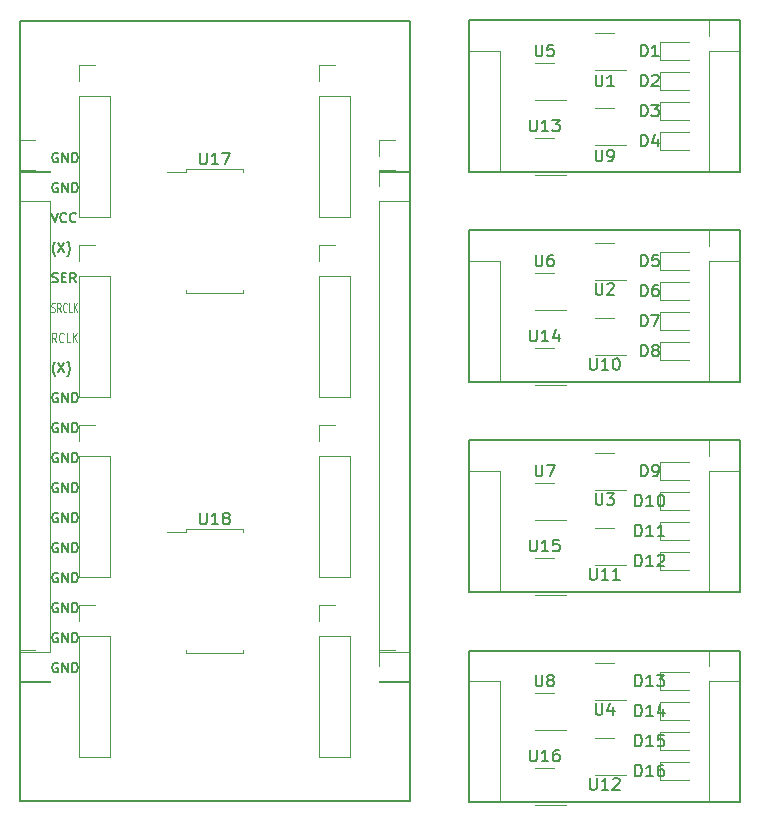
<source format=gbr>
%TF.GenerationSoftware,KiCad,Pcbnew,7.0.5*%
%TF.CreationDate,2023-12-14T14:21:54+09:00*%
%TF.ProjectId,analog_sw2,616e616c-6f67-45f7-9377-322e6b696361,rev?*%
%TF.SameCoordinates,Original*%
%TF.FileFunction,Legend,Top*%
%TF.FilePolarity,Positive*%
%FSLAX46Y46*%
G04 Gerber Fmt 4.6, Leading zero omitted, Abs format (unit mm)*
G04 Created by KiCad (PCBNEW 7.0.5) date 2023-12-14 14:21:54*
%MOMM*%
%LPD*%
G01*
G04 APERTURE LIST*
%ADD10C,0.130000*%
%ADD11C,0.150000*%
%ADD12C,0.110000*%
%ADD13C,0.120000*%
G04 APERTURE END LIST*
D10*
X139125049Y-70888430D02*
X139048859Y-70850335D01*
X139048859Y-70850335D02*
X138934573Y-70850335D01*
X138934573Y-70850335D02*
X138820287Y-70888430D01*
X138820287Y-70888430D02*
X138744097Y-70964620D01*
X138744097Y-70964620D02*
X138706002Y-71040811D01*
X138706002Y-71040811D02*
X138667906Y-71193192D01*
X138667906Y-71193192D02*
X138667906Y-71307478D01*
X138667906Y-71307478D02*
X138706002Y-71459859D01*
X138706002Y-71459859D02*
X138744097Y-71536049D01*
X138744097Y-71536049D02*
X138820287Y-71612240D01*
X138820287Y-71612240D02*
X138934573Y-71650335D01*
X138934573Y-71650335D02*
X139010764Y-71650335D01*
X139010764Y-71650335D02*
X139125049Y-71612240D01*
X139125049Y-71612240D02*
X139163145Y-71574144D01*
X139163145Y-71574144D02*
X139163145Y-71307478D01*
X139163145Y-71307478D02*
X139010764Y-71307478D01*
X139506002Y-71650335D02*
X139506002Y-70850335D01*
X139506002Y-70850335D02*
X139963145Y-71650335D01*
X139963145Y-71650335D02*
X139963145Y-70850335D01*
X140344097Y-71650335D02*
X140344097Y-70850335D01*
X140344097Y-70850335D02*
X140534573Y-70850335D01*
X140534573Y-70850335D02*
X140648859Y-70888430D01*
X140648859Y-70888430D02*
X140725049Y-70964620D01*
X140725049Y-70964620D02*
X140763144Y-71040811D01*
X140763144Y-71040811D02*
X140801240Y-71193192D01*
X140801240Y-71193192D02*
X140801240Y-71307478D01*
X140801240Y-71307478D02*
X140763144Y-71459859D01*
X140763144Y-71459859D02*
X140725049Y-71536049D01*
X140725049Y-71536049D02*
X140648859Y-71612240D01*
X140648859Y-71612240D02*
X140534573Y-71650335D01*
X140534573Y-71650335D02*
X140344097Y-71650335D01*
X139125049Y-114068430D02*
X139048859Y-114030335D01*
X139048859Y-114030335D02*
X138934573Y-114030335D01*
X138934573Y-114030335D02*
X138820287Y-114068430D01*
X138820287Y-114068430D02*
X138744097Y-114144620D01*
X138744097Y-114144620D02*
X138706002Y-114220811D01*
X138706002Y-114220811D02*
X138667906Y-114373192D01*
X138667906Y-114373192D02*
X138667906Y-114487478D01*
X138667906Y-114487478D02*
X138706002Y-114639859D01*
X138706002Y-114639859D02*
X138744097Y-114716049D01*
X138744097Y-114716049D02*
X138820287Y-114792240D01*
X138820287Y-114792240D02*
X138934573Y-114830335D01*
X138934573Y-114830335D02*
X139010764Y-114830335D01*
X139010764Y-114830335D02*
X139125049Y-114792240D01*
X139125049Y-114792240D02*
X139163145Y-114754144D01*
X139163145Y-114754144D02*
X139163145Y-114487478D01*
X139163145Y-114487478D02*
X139010764Y-114487478D01*
X139506002Y-114830335D02*
X139506002Y-114030335D01*
X139506002Y-114030335D02*
X139963145Y-114830335D01*
X139963145Y-114830335D02*
X139963145Y-114030335D01*
X140344097Y-114830335D02*
X140344097Y-114030335D01*
X140344097Y-114030335D02*
X140534573Y-114030335D01*
X140534573Y-114030335D02*
X140648859Y-114068430D01*
X140648859Y-114068430D02*
X140725049Y-114144620D01*
X140725049Y-114144620D02*
X140763144Y-114220811D01*
X140763144Y-114220811D02*
X140801240Y-114373192D01*
X140801240Y-114373192D02*
X140801240Y-114487478D01*
X140801240Y-114487478D02*
X140763144Y-114639859D01*
X140763144Y-114639859D02*
X140725049Y-114716049D01*
X140725049Y-114716049D02*
X140648859Y-114792240D01*
X140648859Y-114792240D02*
X140534573Y-114830335D01*
X140534573Y-114830335D02*
X140344097Y-114830335D01*
X138934573Y-89735097D02*
X138896478Y-89697001D01*
X138896478Y-89697001D02*
X138820287Y-89582716D01*
X138820287Y-89582716D02*
X138782192Y-89506525D01*
X138782192Y-89506525D02*
X138744097Y-89392240D01*
X138744097Y-89392240D02*
X138706002Y-89201763D01*
X138706002Y-89201763D02*
X138706002Y-89049382D01*
X138706002Y-89049382D02*
X138744097Y-88858906D01*
X138744097Y-88858906D02*
X138782192Y-88744620D01*
X138782192Y-88744620D02*
X138820287Y-88668430D01*
X138820287Y-88668430D02*
X138896478Y-88554144D01*
X138896478Y-88554144D02*
X138934573Y-88516049D01*
X139163144Y-88630335D02*
X139696478Y-89430335D01*
X139696478Y-88630335D02*
X139163144Y-89430335D01*
X139925049Y-89735097D02*
X139963144Y-89697001D01*
X139963144Y-89697001D02*
X140039335Y-89582716D01*
X140039335Y-89582716D02*
X140077430Y-89506525D01*
X140077430Y-89506525D02*
X140115525Y-89392240D01*
X140115525Y-89392240D02*
X140153621Y-89201763D01*
X140153621Y-89201763D02*
X140153621Y-89049382D01*
X140153621Y-89049382D02*
X140115525Y-88858906D01*
X140115525Y-88858906D02*
X140077430Y-88744620D01*
X140077430Y-88744620D02*
X140039335Y-88668430D01*
X140039335Y-88668430D02*
X139963144Y-88554144D01*
X139963144Y-88554144D02*
X139925049Y-88516049D01*
X138934573Y-79575097D02*
X138896478Y-79537001D01*
X138896478Y-79537001D02*
X138820287Y-79422716D01*
X138820287Y-79422716D02*
X138782192Y-79346525D01*
X138782192Y-79346525D02*
X138744097Y-79232240D01*
X138744097Y-79232240D02*
X138706002Y-79041763D01*
X138706002Y-79041763D02*
X138706002Y-78889382D01*
X138706002Y-78889382D02*
X138744097Y-78698906D01*
X138744097Y-78698906D02*
X138782192Y-78584620D01*
X138782192Y-78584620D02*
X138820287Y-78508430D01*
X138820287Y-78508430D02*
X138896478Y-78394144D01*
X138896478Y-78394144D02*
X138934573Y-78356049D01*
X139163144Y-78470335D02*
X139696478Y-79270335D01*
X139696478Y-78470335D02*
X139163144Y-79270335D01*
X139925049Y-79575097D02*
X139963144Y-79537001D01*
X139963144Y-79537001D02*
X140039335Y-79422716D01*
X140039335Y-79422716D02*
X140077430Y-79346525D01*
X140077430Y-79346525D02*
X140115525Y-79232240D01*
X140115525Y-79232240D02*
X140153621Y-79041763D01*
X140153621Y-79041763D02*
X140153621Y-78889382D01*
X140153621Y-78889382D02*
X140115525Y-78698906D01*
X140115525Y-78698906D02*
X140077430Y-78584620D01*
X140077430Y-78584620D02*
X140039335Y-78508430D01*
X140039335Y-78508430D02*
X139963144Y-78394144D01*
X139963144Y-78394144D02*
X139925049Y-78356049D01*
X139125049Y-111528430D02*
X139048859Y-111490335D01*
X139048859Y-111490335D02*
X138934573Y-111490335D01*
X138934573Y-111490335D02*
X138820287Y-111528430D01*
X138820287Y-111528430D02*
X138744097Y-111604620D01*
X138744097Y-111604620D02*
X138706002Y-111680811D01*
X138706002Y-111680811D02*
X138667906Y-111833192D01*
X138667906Y-111833192D02*
X138667906Y-111947478D01*
X138667906Y-111947478D02*
X138706002Y-112099859D01*
X138706002Y-112099859D02*
X138744097Y-112176049D01*
X138744097Y-112176049D02*
X138820287Y-112252240D01*
X138820287Y-112252240D02*
X138934573Y-112290335D01*
X138934573Y-112290335D02*
X139010764Y-112290335D01*
X139010764Y-112290335D02*
X139125049Y-112252240D01*
X139125049Y-112252240D02*
X139163145Y-112214144D01*
X139163145Y-112214144D02*
X139163145Y-111947478D01*
X139163145Y-111947478D02*
X139010764Y-111947478D01*
X139506002Y-112290335D02*
X139506002Y-111490335D01*
X139506002Y-111490335D02*
X139963145Y-112290335D01*
X139963145Y-112290335D02*
X139963145Y-111490335D01*
X140344097Y-112290335D02*
X140344097Y-111490335D01*
X140344097Y-111490335D02*
X140534573Y-111490335D01*
X140534573Y-111490335D02*
X140648859Y-111528430D01*
X140648859Y-111528430D02*
X140725049Y-111604620D01*
X140725049Y-111604620D02*
X140763144Y-111680811D01*
X140763144Y-111680811D02*
X140801240Y-111833192D01*
X140801240Y-111833192D02*
X140801240Y-111947478D01*
X140801240Y-111947478D02*
X140763144Y-112099859D01*
X140763144Y-112099859D02*
X140725049Y-112176049D01*
X140725049Y-112176049D02*
X140648859Y-112252240D01*
X140648859Y-112252240D02*
X140534573Y-112290335D01*
X140534573Y-112290335D02*
X140344097Y-112290335D01*
X139125049Y-108988430D02*
X139048859Y-108950335D01*
X139048859Y-108950335D02*
X138934573Y-108950335D01*
X138934573Y-108950335D02*
X138820287Y-108988430D01*
X138820287Y-108988430D02*
X138744097Y-109064620D01*
X138744097Y-109064620D02*
X138706002Y-109140811D01*
X138706002Y-109140811D02*
X138667906Y-109293192D01*
X138667906Y-109293192D02*
X138667906Y-109407478D01*
X138667906Y-109407478D02*
X138706002Y-109559859D01*
X138706002Y-109559859D02*
X138744097Y-109636049D01*
X138744097Y-109636049D02*
X138820287Y-109712240D01*
X138820287Y-109712240D02*
X138934573Y-109750335D01*
X138934573Y-109750335D02*
X139010764Y-109750335D01*
X139010764Y-109750335D02*
X139125049Y-109712240D01*
X139125049Y-109712240D02*
X139163145Y-109674144D01*
X139163145Y-109674144D02*
X139163145Y-109407478D01*
X139163145Y-109407478D02*
X139010764Y-109407478D01*
X139506002Y-109750335D02*
X139506002Y-108950335D01*
X139506002Y-108950335D02*
X139963145Y-109750335D01*
X139963145Y-109750335D02*
X139963145Y-108950335D01*
X140344097Y-109750335D02*
X140344097Y-108950335D01*
X140344097Y-108950335D02*
X140534573Y-108950335D01*
X140534573Y-108950335D02*
X140648859Y-108988430D01*
X140648859Y-108988430D02*
X140725049Y-109064620D01*
X140725049Y-109064620D02*
X140763144Y-109140811D01*
X140763144Y-109140811D02*
X140801240Y-109293192D01*
X140801240Y-109293192D02*
X140801240Y-109407478D01*
X140801240Y-109407478D02*
X140763144Y-109559859D01*
X140763144Y-109559859D02*
X140725049Y-109636049D01*
X140725049Y-109636049D02*
X140648859Y-109712240D01*
X140648859Y-109712240D02*
X140534573Y-109750335D01*
X140534573Y-109750335D02*
X140344097Y-109750335D01*
X139125049Y-106448430D02*
X139048859Y-106410335D01*
X139048859Y-106410335D02*
X138934573Y-106410335D01*
X138934573Y-106410335D02*
X138820287Y-106448430D01*
X138820287Y-106448430D02*
X138744097Y-106524620D01*
X138744097Y-106524620D02*
X138706002Y-106600811D01*
X138706002Y-106600811D02*
X138667906Y-106753192D01*
X138667906Y-106753192D02*
X138667906Y-106867478D01*
X138667906Y-106867478D02*
X138706002Y-107019859D01*
X138706002Y-107019859D02*
X138744097Y-107096049D01*
X138744097Y-107096049D02*
X138820287Y-107172240D01*
X138820287Y-107172240D02*
X138934573Y-107210335D01*
X138934573Y-107210335D02*
X139010764Y-107210335D01*
X139010764Y-107210335D02*
X139125049Y-107172240D01*
X139125049Y-107172240D02*
X139163145Y-107134144D01*
X139163145Y-107134144D02*
X139163145Y-106867478D01*
X139163145Y-106867478D02*
X139010764Y-106867478D01*
X139506002Y-107210335D02*
X139506002Y-106410335D01*
X139506002Y-106410335D02*
X139963145Y-107210335D01*
X139963145Y-107210335D02*
X139963145Y-106410335D01*
X140344097Y-107210335D02*
X140344097Y-106410335D01*
X140344097Y-106410335D02*
X140534573Y-106410335D01*
X140534573Y-106410335D02*
X140648859Y-106448430D01*
X140648859Y-106448430D02*
X140725049Y-106524620D01*
X140725049Y-106524620D02*
X140763144Y-106600811D01*
X140763144Y-106600811D02*
X140801240Y-106753192D01*
X140801240Y-106753192D02*
X140801240Y-106867478D01*
X140801240Y-106867478D02*
X140763144Y-107019859D01*
X140763144Y-107019859D02*
X140725049Y-107096049D01*
X140725049Y-107096049D02*
X140648859Y-107172240D01*
X140648859Y-107172240D02*
X140534573Y-107210335D01*
X140534573Y-107210335D02*
X140344097Y-107210335D01*
X139125049Y-103908430D02*
X139048859Y-103870335D01*
X139048859Y-103870335D02*
X138934573Y-103870335D01*
X138934573Y-103870335D02*
X138820287Y-103908430D01*
X138820287Y-103908430D02*
X138744097Y-103984620D01*
X138744097Y-103984620D02*
X138706002Y-104060811D01*
X138706002Y-104060811D02*
X138667906Y-104213192D01*
X138667906Y-104213192D02*
X138667906Y-104327478D01*
X138667906Y-104327478D02*
X138706002Y-104479859D01*
X138706002Y-104479859D02*
X138744097Y-104556049D01*
X138744097Y-104556049D02*
X138820287Y-104632240D01*
X138820287Y-104632240D02*
X138934573Y-104670335D01*
X138934573Y-104670335D02*
X139010764Y-104670335D01*
X139010764Y-104670335D02*
X139125049Y-104632240D01*
X139125049Y-104632240D02*
X139163145Y-104594144D01*
X139163145Y-104594144D02*
X139163145Y-104327478D01*
X139163145Y-104327478D02*
X139010764Y-104327478D01*
X139506002Y-104670335D02*
X139506002Y-103870335D01*
X139506002Y-103870335D02*
X139963145Y-104670335D01*
X139963145Y-104670335D02*
X139963145Y-103870335D01*
X140344097Y-104670335D02*
X140344097Y-103870335D01*
X140344097Y-103870335D02*
X140534573Y-103870335D01*
X140534573Y-103870335D02*
X140648859Y-103908430D01*
X140648859Y-103908430D02*
X140725049Y-103984620D01*
X140725049Y-103984620D02*
X140763144Y-104060811D01*
X140763144Y-104060811D02*
X140801240Y-104213192D01*
X140801240Y-104213192D02*
X140801240Y-104327478D01*
X140801240Y-104327478D02*
X140763144Y-104479859D01*
X140763144Y-104479859D02*
X140725049Y-104556049D01*
X140725049Y-104556049D02*
X140648859Y-104632240D01*
X140648859Y-104632240D02*
X140534573Y-104670335D01*
X140534573Y-104670335D02*
X140344097Y-104670335D01*
X139125049Y-101368430D02*
X139048859Y-101330335D01*
X139048859Y-101330335D02*
X138934573Y-101330335D01*
X138934573Y-101330335D02*
X138820287Y-101368430D01*
X138820287Y-101368430D02*
X138744097Y-101444620D01*
X138744097Y-101444620D02*
X138706002Y-101520811D01*
X138706002Y-101520811D02*
X138667906Y-101673192D01*
X138667906Y-101673192D02*
X138667906Y-101787478D01*
X138667906Y-101787478D02*
X138706002Y-101939859D01*
X138706002Y-101939859D02*
X138744097Y-102016049D01*
X138744097Y-102016049D02*
X138820287Y-102092240D01*
X138820287Y-102092240D02*
X138934573Y-102130335D01*
X138934573Y-102130335D02*
X139010764Y-102130335D01*
X139010764Y-102130335D02*
X139125049Y-102092240D01*
X139125049Y-102092240D02*
X139163145Y-102054144D01*
X139163145Y-102054144D02*
X139163145Y-101787478D01*
X139163145Y-101787478D02*
X139010764Y-101787478D01*
X139506002Y-102130335D02*
X139506002Y-101330335D01*
X139506002Y-101330335D02*
X139963145Y-102130335D01*
X139963145Y-102130335D02*
X139963145Y-101330335D01*
X140344097Y-102130335D02*
X140344097Y-101330335D01*
X140344097Y-101330335D02*
X140534573Y-101330335D01*
X140534573Y-101330335D02*
X140648859Y-101368430D01*
X140648859Y-101368430D02*
X140725049Y-101444620D01*
X140725049Y-101444620D02*
X140763144Y-101520811D01*
X140763144Y-101520811D02*
X140801240Y-101673192D01*
X140801240Y-101673192D02*
X140801240Y-101787478D01*
X140801240Y-101787478D02*
X140763144Y-101939859D01*
X140763144Y-101939859D02*
X140725049Y-102016049D01*
X140725049Y-102016049D02*
X140648859Y-102092240D01*
X140648859Y-102092240D02*
X140534573Y-102130335D01*
X140534573Y-102130335D02*
X140344097Y-102130335D01*
X139125049Y-98828430D02*
X139048859Y-98790335D01*
X139048859Y-98790335D02*
X138934573Y-98790335D01*
X138934573Y-98790335D02*
X138820287Y-98828430D01*
X138820287Y-98828430D02*
X138744097Y-98904620D01*
X138744097Y-98904620D02*
X138706002Y-98980811D01*
X138706002Y-98980811D02*
X138667906Y-99133192D01*
X138667906Y-99133192D02*
X138667906Y-99247478D01*
X138667906Y-99247478D02*
X138706002Y-99399859D01*
X138706002Y-99399859D02*
X138744097Y-99476049D01*
X138744097Y-99476049D02*
X138820287Y-99552240D01*
X138820287Y-99552240D02*
X138934573Y-99590335D01*
X138934573Y-99590335D02*
X139010764Y-99590335D01*
X139010764Y-99590335D02*
X139125049Y-99552240D01*
X139125049Y-99552240D02*
X139163145Y-99514144D01*
X139163145Y-99514144D02*
X139163145Y-99247478D01*
X139163145Y-99247478D02*
X139010764Y-99247478D01*
X139506002Y-99590335D02*
X139506002Y-98790335D01*
X139506002Y-98790335D02*
X139963145Y-99590335D01*
X139963145Y-99590335D02*
X139963145Y-98790335D01*
X140344097Y-99590335D02*
X140344097Y-98790335D01*
X140344097Y-98790335D02*
X140534573Y-98790335D01*
X140534573Y-98790335D02*
X140648859Y-98828430D01*
X140648859Y-98828430D02*
X140725049Y-98904620D01*
X140725049Y-98904620D02*
X140763144Y-98980811D01*
X140763144Y-98980811D02*
X140801240Y-99133192D01*
X140801240Y-99133192D02*
X140801240Y-99247478D01*
X140801240Y-99247478D02*
X140763144Y-99399859D01*
X140763144Y-99399859D02*
X140725049Y-99476049D01*
X140725049Y-99476049D02*
X140648859Y-99552240D01*
X140648859Y-99552240D02*
X140534573Y-99590335D01*
X140534573Y-99590335D02*
X140344097Y-99590335D01*
X139125049Y-96288430D02*
X139048859Y-96250335D01*
X139048859Y-96250335D02*
X138934573Y-96250335D01*
X138934573Y-96250335D02*
X138820287Y-96288430D01*
X138820287Y-96288430D02*
X138744097Y-96364620D01*
X138744097Y-96364620D02*
X138706002Y-96440811D01*
X138706002Y-96440811D02*
X138667906Y-96593192D01*
X138667906Y-96593192D02*
X138667906Y-96707478D01*
X138667906Y-96707478D02*
X138706002Y-96859859D01*
X138706002Y-96859859D02*
X138744097Y-96936049D01*
X138744097Y-96936049D02*
X138820287Y-97012240D01*
X138820287Y-97012240D02*
X138934573Y-97050335D01*
X138934573Y-97050335D02*
X139010764Y-97050335D01*
X139010764Y-97050335D02*
X139125049Y-97012240D01*
X139125049Y-97012240D02*
X139163145Y-96974144D01*
X139163145Y-96974144D02*
X139163145Y-96707478D01*
X139163145Y-96707478D02*
X139010764Y-96707478D01*
X139506002Y-97050335D02*
X139506002Y-96250335D01*
X139506002Y-96250335D02*
X139963145Y-97050335D01*
X139963145Y-97050335D02*
X139963145Y-96250335D01*
X140344097Y-97050335D02*
X140344097Y-96250335D01*
X140344097Y-96250335D02*
X140534573Y-96250335D01*
X140534573Y-96250335D02*
X140648859Y-96288430D01*
X140648859Y-96288430D02*
X140725049Y-96364620D01*
X140725049Y-96364620D02*
X140763144Y-96440811D01*
X140763144Y-96440811D02*
X140801240Y-96593192D01*
X140801240Y-96593192D02*
X140801240Y-96707478D01*
X140801240Y-96707478D02*
X140763144Y-96859859D01*
X140763144Y-96859859D02*
X140725049Y-96936049D01*
X140725049Y-96936049D02*
X140648859Y-97012240D01*
X140648859Y-97012240D02*
X140534573Y-97050335D01*
X140534573Y-97050335D02*
X140344097Y-97050335D01*
X139125049Y-93748430D02*
X139048859Y-93710335D01*
X139048859Y-93710335D02*
X138934573Y-93710335D01*
X138934573Y-93710335D02*
X138820287Y-93748430D01*
X138820287Y-93748430D02*
X138744097Y-93824620D01*
X138744097Y-93824620D02*
X138706002Y-93900811D01*
X138706002Y-93900811D02*
X138667906Y-94053192D01*
X138667906Y-94053192D02*
X138667906Y-94167478D01*
X138667906Y-94167478D02*
X138706002Y-94319859D01*
X138706002Y-94319859D02*
X138744097Y-94396049D01*
X138744097Y-94396049D02*
X138820287Y-94472240D01*
X138820287Y-94472240D02*
X138934573Y-94510335D01*
X138934573Y-94510335D02*
X139010764Y-94510335D01*
X139010764Y-94510335D02*
X139125049Y-94472240D01*
X139125049Y-94472240D02*
X139163145Y-94434144D01*
X139163145Y-94434144D02*
X139163145Y-94167478D01*
X139163145Y-94167478D02*
X139010764Y-94167478D01*
X139506002Y-94510335D02*
X139506002Y-93710335D01*
X139506002Y-93710335D02*
X139963145Y-94510335D01*
X139963145Y-94510335D02*
X139963145Y-93710335D01*
X140344097Y-94510335D02*
X140344097Y-93710335D01*
X140344097Y-93710335D02*
X140534573Y-93710335D01*
X140534573Y-93710335D02*
X140648859Y-93748430D01*
X140648859Y-93748430D02*
X140725049Y-93824620D01*
X140725049Y-93824620D02*
X140763144Y-93900811D01*
X140763144Y-93900811D02*
X140801240Y-94053192D01*
X140801240Y-94053192D02*
X140801240Y-94167478D01*
X140801240Y-94167478D02*
X140763144Y-94319859D01*
X140763144Y-94319859D02*
X140725049Y-94396049D01*
X140725049Y-94396049D02*
X140648859Y-94472240D01*
X140648859Y-94472240D02*
X140534573Y-94510335D01*
X140534573Y-94510335D02*
X140344097Y-94510335D01*
X139125049Y-91208430D02*
X139048859Y-91170335D01*
X139048859Y-91170335D02*
X138934573Y-91170335D01*
X138934573Y-91170335D02*
X138820287Y-91208430D01*
X138820287Y-91208430D02*
X138744097Y-91284620D01*
X138744097Y-91284620D02*
X138706002Y-91360811D01*
X138706002Y-91360811D02*
X138667906Y-91513192D01*
X138667906Y-91513192D02*
X138667906Y-91627478D01*
X138667906Y-91627478D02*
X138706002Y-91779859D01*
X138706002Y-91779859D02*
X138744097Y-91856049D01*
X138744097Y-91856049D02*
X138820287Y-91932240D01*
X138820287Y-91932240D02*
X138934573Y-91970335D01*
X138934573Y-91970335D02*
X139010764Y-91970335D01*
X139010764Y-91970335D02*
X139125049Y-91932240D01*
X139125049Y-91932240D02*
X139163145Y-91894144D01*
X139163145Y-91894144D02*
X139163145Y-91627478D01*
X139163145Y-91627478D02*
X139010764Y-91627478D01*
X139506002Y-91970335D02*
X139506002Y-91170335D01*
X139506002Y-91170335D02*
X139963145Y-91970335D01*
X139963145Y-91970335D02*
X139963145Y-91170335D01*
X140344097Y-91970335D02*
X140344097Y-91170335D01*
X140344097Y-91170335D02*
X140534573Y-91170335D01*
X140534573Y-91170335D02*
X140648859Y-91208430D01*
X140648859Y-91208430D02*
X140725049Y-91284620D01*
X140725049Y-91284620D02*
X140763144Y-91360811D01*
X140763144Y-91360811D02*
X140801240Y-91513192D01*
X140801240Y-91513192D02*
X140801240Y-91627478D01*
X140801240Y-91627478D02*
X140763144Y-91779859D01*
X140763144Y-91779859D02*
X140725049Y-91856049D01*
X140725049Y-91856049D02*
X140648859Y-91932240D01*
X140648859Y-91932240D02*
X140534573Y-91970335D01*
X140534573Y-91970335D02*
X140344097Y-91970335D01*
D11*
X135890000Y-59690000D02*
X168910000Y-59690000D01*
X168910000Y-125730000D01*
X135890000Y-125730000D01*
X135890000Y-59690000D01*
X173930000Y-112980000D02*
X196910000Y-112980000D01*
X196910000Y-125805000D01*
X173930000Y-125805000D01*
X173930000Y-112980000D01*
X173930000Y-77410000D02*
X196910000Y-77410000D01*
X196910000Y-90235000D01*
X173930000Y-90235000D01*
X173930000Y-77410000D01*
X173930000Y-59635000D02*
X196910000Y-59635000D01*
X196910000Y-72494000D01*
X173930000Y-72494000D01*
X173930000Y-59635000D01*
X173930000Y-95190000D02*
X196910000Y-95190000D01*
X196910000Y-108015000D01*
X173930000Y-108015000D01*
X173930000Y-95190000D01*
D10*
X138591716Y-75930335D02*
X138858383Y-76730335D01*
X138858383Y-76730335D02*
X139125049Y-75930335D01*
X139848859Y-76654144D02*
X139810763Y-76692240D01*
X139810763Y-76692240D02*
X139696478Y-76730335D01*
X139696478Y-76730335D02*
X139620287Y-76730335D01*
X139620287Y-76730335D02*
X139506001Y-76692240D01*
X139506001Y-76692240D02*
X139429811Y-76616049D01*
X139429811Y-76616049D02*
X139391716Y-76539859D01*
X139391716Y-76539859D02*
X139353620Y-76387478D01*
X139353620Y-76387478D02*
X139353620Y-76273192D01*
X139353620Y-76273192D02*
X139391716Y-76120811D01*
X139391716Y-76120811D02*
X139429811Y-76044620D01*
X139429811Y-76044620D02*
X139506001Y-75968430D01*
X139506001Y-75968430D02*
X139620287Y-75930335D01*
X139620287Y-75930335D02*
X139696478Y-75930335D01*
X139696478Y-75930335D02*
X139810763Y-75968430D01*
X139810763Y-75968430D02*
X139848859Y-76006525D01*
X140648859Y-76654144D02*
X140610763Y-76692240D01*
X140610763Y-76692240D02*
X140496478Y-76730335D01*
X140496478Y-76730335D02*
X140420287Y-76730335D01*
X140420287Y-76730335D02*
X140306001Y-76692240D01*
X140306001Y-76692240D02*
X140229811Y-76616049D01*
X140229811Y-76616049D02*
X140191716Y-76539859D01*
X140191716Y-76539859D02*
X140153620Y-76387478D01*
X140153620Y-76387478D02*
X140153620Y-76273192D01*
X140153620Y-76273192D02*
X140191716Y-76120811D01*
X140191716Y-76120811D02*
X140229811Y-76044620D01*
X140229811Y-76044620D02*
X140306001Y-75968430D01*
X140306001Y-75968430D02*
X140420287Y-75930335D01*
X140420287Y-75930335D02*
X140496478Y-75930335D01*
X140496478Y-75930335D02*
X140610763Y-75968430D01*
X140610763Y-75968430D02*
X140648859Y-76006525D01*
X139125049Y-73428430D02*
X139048859Y-73390335D01*
X139048859Y-73390335D02*
X138934573Y-73390335D01*
X138934573Y-73390335D02*
X138820287Y-73428430D01*
X138820287Y-73428430D02*
X138744097Y-73504620D01*
X138744097Y-73504620D02*
X138706002Y-73580811D01*
X138706002Y-73580811D02*
X138667906Y-73733192D01*
X138667906Y-73733192D02*
X138667906Y-73847478D01*
X138667906Y-73847478D02*
X138706002Y-73999859D01*
X138706002Y-73999859D02*
X138744097Y-74076049D01*
X138744097Y-74076049D02*
X138820287Y-74152240D01*
X138820287Y-74152240D02*
X138934573Y-74190335D01*
X138934573Y-74190335D02*
X139010764Y-74190335D01*
X139010764Y-74190335D02*
X139125049Y-74152240D01*
X139125049Y-74152240D02*
X139163145Y-74114144D01*
X139163145Y-74114144D02*
X139163145Y-73847478D01*
X139163145Y-73847478D02*
X139010764Y-73847478D01*
X139506002Y-74190335D02*
X139506002Y-73390335D01*
X139506002Y-73390335D02*
X139963145Y-74190335D01*
X139963145Y-74190335D02*
X139963145Y-73390335D01*
X140344097Y-74190335D02*
X140344097Y-73390335D01*
X140344097Y-73390335D02*
X140534573Y-73390335D01*
X140534573Y-73390335D02*
X140648859Y-73428430D01*
X140648859Y-73428430D02*
X140725049Y-73504620D01*
X140725049Y-73504620D02*
X140763144Y-73580811D01*
X140763144Y-73580811D02*
X140801240Y-73733192D01*
X140801240Y-73733192D02*
X140801240Y-73847478D01*
X140801240Y-73847478D02*
X140763144Y-73999859D01*
X140763144Y-73999859D02*
X140725049Y-74076049D01*
X140725049Y-74076049D02*
X140648859Y-74152240D01*
X140648859Y-74152240D02*
X140534573Y-74190335D01*
X140534573Y-74190335D02*
X140344097Y-74190335D01*
X138667906Y-81772240D02*
X138782192Y-81810335D01*
X138782192Y-81810335D02*
X138972668Y-81810335D01*
X138972668Y-81810335D02*
X139048859Y-81772240D01*
X139048859Y-81772240D02*
X139086954Y-81734144D01*
X139086954Y-81734144D02*
X139125049Y-81657954D01*
X139125049Y-81657954D02*
X139125049Y-81581763D01*
X139125049Y-81581763D02*
X139086954Y-81505573D01*
X139086954Y-81505573D02*
X139048859Y-81467478D01*
X139048859Y-81467478D02*
X138972668Y-81429382D01*
X138972668Y-81429382D02*
X138820287Y-81391287D01*
X138820287Y-81391287D02*
X138744097Y-81353192D01*
X138744097Y-81353192D02*
X138706002Y-81315097D01*
X138706002Y-81315097D02*
X138667906Y-81238906D01*
X138667906Y-81238906D02*
X138667906Y-81162716D01*
X138667906Y-81162716D02*
X138706002Y-81086525D01*
X138706002Y-81086525D02*
X138744097Y-81048430D01*
X138744097Y-81048430D02*
X138820287Y-81010335D01*
X138820287Y-81010335D02*
X139010764Y-81010335D01*
X139010764Y-81010335D02*
X139125049Y-81048430D01*
X139467907Y-81391287D02*
X139734573Y-81391287D01*
X139848859Y-81810335D02*
X139467907Y-81810335D01*
X139467907Y-81810335D02*
X139467907Y-81010335D01*
X139467907Y-81010335D02*
X139848859Y-81010335D01*
X140648860Y-81810335D02*
X140382193Y-81429382D01*
X140191717Y-81810335D02*
X140191717Y-81010335D01*
X140191717Y-81010335D02*
X140496479Y-81010335D01*
X140496479Y-81010335D02*
X140572669Y-81048430D01*
X140572669Y-81048430D02*
X140610764Y-81086525D01*
X140610764Y-81086525D02*
X140648860Y-81162716D01*
X140648860Y-81162716D02*
X140648860Y-81277001D01*
X140648860Y-81277001D02*
X140610764Y-81353192D01*
X140610764Y-81353192D02*
X140572669Y-81391287D01*
X140572669Y-81391287D02*
X140496479Y-81429382D01*
X140496479Y-81429382D02*
X140191717Y-81429382D01*
D12*
X138597606Y-84313280D02*
X138669034Y-84351375D01*
X138669034Y-84351375D02*
X138788082Y-84351375D01*
X138788082Y-84351375D02*
X138835701Y-84313280D01*
X138835701Y-84313280D02*
X138859510Y-84275184D01*
X138859510Y-84275184D02*
X138883320Y-84198994D01*
X138883320Y-84198994D02*
X138883320Y-84122803D01*
X138883320Y-84122803D02*
X138859510Y-84046613D01*
X138859510Y-84046613D02*
X138835701Y-84008518D01*
X138835701Y-84008518D02*
X138788082Y-83970422D01*
X138788082Y-83970422D02*
X138692844Y-83932327D01*
X138692844Y-83932327D02*
X138645225Y-83894232D01*
X138645225Y-83894232D02*
X138621415Y-83856137D01*
X138621415Y-83856137D02*
X138597606Y-83779946D01*
X138597606Y-83779946D02*
X138597606Y-83703756D01*
X138597606Y-83703756D02*
X138621415Y-83627565D01*
X138621415Y-83627565D02*
X138645225Y-83589470D01*
X138645225Y-83589470D02*
X138692844Y-83551375D01*
X138692844Y-83551375D02*
X138811891Y-83551375D01*
X138811891Y-83551375D02*
X138883320Y-83589470D01*
X139383319Y-84351375D02*
X139216653Y-83970422D01*
X139097605Y-84351375D02*
X139097605Y-83551375D01*
X139097605Y-83551375D02*
X139288081Y-83551375D01*
X139288081Y-83551375D02*
X139335700Y-83589470D01*
X139335700Y-83589470D02*
X139359510Y-83627565D01*
X139359510Y-83627565D02*
X139383319Y-83703756D01*
X139383319Y-83703756D02*
X139383319Y-83818041D01*
X139383319Y-83818041D02*
X139359510Y-83894232D01*
X139359510Y-83894232D02*
X139335700Y-83932327D01*
X139335700Y-83932327D02*
X139288081Y-83970422D01*
X139288081Y-83970422D02*
X139097605Y-83970422D01*
X139883319Y-84275184D02*
X139859510Y-84313280D01*
X139859510Y-84313280D02*
X139788081Y-84351375D01*
X139788081Y-84351375D02*
X139740462Y-84351375D01*
X139740462Y-84351375D02*
X139669034Y-84313280D01*
X139669034Y-84313280D02*
X139621415Y-84237089D01*
X139621415Y-84237089D02*
X139597605Y-84160899D01*
X139597605Y-84160899D02*
X139573796Y-84008518D01*
X139573796Y-84008518D02*
X139573796Y-83894232D01*
X139573796Y-83894232D02*
X139597605Y-83741851D01*
X139597605Y-83741851D02*
X139621415Y-83665660D01*
X139621415Y-83665660D02*
X139669034Y-83589470D01*
X139669034Y-83589470D02*
X139740462Y-83551375D01*
X139740462Y-83551375D02*
X139788081Y-83551375D01*
X139788081Y-83551375D02*
X139859510Y-83589470D01*
X139859510Y-83589470D02*
X139883319Y-83627565D01*
X140335700Y-84351375D02*
X140097605Y-84351375D01*
X140097605Y-84351375D02*
X140097605Y-83551375D01*
X140502367Y-84351375D02*
X140502367Y-83551375D01*
X140788081Y-84351375D02*
X140573796Y-83894232D01*
X140788081Y-83551375D02*
X140502367Y-84008518D01*
X139004272Y-86891375D02*
X138797606Y-86510422D01*
X138649987Y-86891375D02*
X138649987Y-86091375D01*
X138649987Y-86091375D02*
X138886177Y-86091375D01*
X138886177Y-86091375D02*
X138945225Y-86129470D01*
X138945225Y-86129470D02*
X138974748Y-86167565D01*
X138974748Y-86167565D02*
X139004272Y-86243756D01*
X139004272Y-86243756D02*
X139004272Y-86358041D01*
X139004272Y-86358041D02*
X138974748Y-86434232D01*
X138974748Y-86434232D02*
X138945225Y-86472327D01*
X138945225Y-86472327D02*
X138886177Y-86510422D01*
X138886177Y-86510422D02*
X138649987Y-86510422D01*
X139624272Y-86815184D02*
X139594748Y-86853280D01*
X139594748Y-86853280D02*
X139506177Y-86891375D01*
X139506177Y-86891375D02*
X139447129Y-86891375D01*
X139447129Y-86891375D02*
X139358558Y-86853280D01*
X139358558Y-86853280D02*
X139299510Y-86777089D01*
X139299510Y-86777089D02*
X139269987Y-86700899D01*
X139269987Y-86700899D02*
X139240463Y-86548518D01*
X139240463Y-86548518D02*
X139240463Y-86434232D01*
X139240463Y-86434232D02*
X139269987Y-86281851D01*
X139269987Y-86281851D02*
X139299510Y-86205660D01*
X139299510Y-86205660D02*
X139358558Y-86129470D01*
X139358558Y-86129470D02*
X139447129Y-86091375D01*
X139447129Y-86091375D02*
X139506177Y-86091375D01*
X139506177Y-86091375D02*
X139594748Y-86129470D01*
X139594748Y-86129470D02*
X139624272Y-86167565D01*
X140185225Y-86891375D02*
X139889987Y-86891375D01*
X139889987Y-86891375D02*
X139889987Y-86091375D01*
X140391892Y-86891375D02*
X140391892Y-86091375D01*
X140746177Y-86891375D02*
X140480463Y-86434232D01*
X140746177Y-86091375D02*
X140391892Y-86548518D01*
D11*
%TO.C,U18*%
X151161905Y-101304819D02*
X151161905Y-102114342D01*
X151161905Y-102114342D02*
X151209524Y-102209580D01*
X151209524Y-102209580D02*
X151257143Y-102257200D01*
X151257143Y-102257200D02*
X151352381Y-102304819D01*
X151352381Y-102304819D02*
X151542857Y-102304819D01*
X151542857Y-102304819D02*
X151638095Y-102257200D01*
X151638095Y-102257200D02*
X151685714Y-102209580D01*
X151685714Y-102209580D02*
X151733333Y-102114342D01*
X151733333Y-102114342D02*
X151733333Y-101304819D01*
X152733333Y-102304819D02*
X152161905Y-102304819D01*
X152447619Y-102304819D02*
X152447619Y-101304819D01*
X152447619Y-101304819D02*
X152352381Y-101447676D01*
X152352381Y-101447676D02*
X152257143Y-101542914D01*
X152257143Y-101542914D02*
X152161905Y-101590533D01*
X153304762Y-101733390D02*
X153209524Y-101685771D01*
X153209524Y-101685771D02*
X153161905Y-101638152D01*
X153161905Y-101638152D02*
X153114286Y-101542914D01*
X153114286Y-101542914D02*
X153114286Y-101495295D01*
X153114286Y-101495295D02*
X153161905Y-101400057D01*
X153161905Y-101400057D02*
X153209524Y-101352438D01*
X153209524Y-101352438D02*
X153304762Y-101304819D01*
X153304762Y-101304819D02*
X153495238Y-101304819D01*
X153495238Y-101304819D02*
X153590476Y-101352438D01*
X153590476Y-101352438D02*
X153638095Y-101400057D01*
X153638095Y-101400057D02*
X153685714Y-101495295D01*
X153685714Y-101495295D02*
X153685714Y-101542914D01*
X153685714Y-101542914D02*
X153638095Y-101638152D01*
X153638095Y-101638152D02*
X153590476Y-101685771D01*
X153590476Y-101685771D02*
X153495238Y-101733390D01*
X153495238Y-101733390D02*
X153304762Y-101733390D01*
X153304762Y-101733390D02*
X153209524Y-101781009D01*
X153209524Y-101781009D02*
X153161905Y-101828628D01*
X153161905Y-101828628D02*
X153114286Y-101923866D01*
X153114286Y-101923866D02*
X153114286Y-102114342D01*
X153114286Y-102114342D02*
X153161905Y-102209580D01*
X153161905Y-102209580D02*
X153209524Y-102257200D01*
X153209524Y-102257200D02*
X153304762Y-102304819D01*
X153304762Y-102304819D02*
X153495238Y-102304819D01*
X153495238Y-102304819D02*
X153590476Y-102257200D01*
X153590476Y-102257200D02*
X153638095Y-102209580D01*
X153638095Y-102209580D02*
X153685714Y-102114342D01*
X153685714Y-102114342D02*
X153685714Y-101923866D01*
X153685714Y-101923866D02*
X153638095Y-101828628D01*
X153638095Y-101828628D02*
X153590476Y-101781009D01*
X153590476Y-101781009D02*
X153495238Y-101733390D01*
%TO.C,U17*%
X151161905Y-70824819D02*
X151161905Y-71634342D01*
X151161905Y-71634342D02*
X151209524Y-71729580D01*
X151209524Y-71729580D02*
X151257143Y-71777200D01*
X151257143Y-71777200D02*
X151352381Y-71824819D01*
X151352381Y-71824819D02*
X151542857Y-71824819D01*
X151542857Y-71824819D02*
X151638095Y-71777200D01*
X151638095Y-71777200D02*
X151685714Y-71729580D01*
X151685714Y-71729580D02*
X151733333Y-71634342D01*
X151733333Y-71634342D02*
X151733333Y-70824819D01*
X152733333Y-71824819D02*
X152161905Y-71824819D01*
X152447619Y-71824819D02*
X152447619Y-70824819D01*
X152447619Y-70824819D02*
X152352381Y-70967676D01*
X152352381Y-70967676D02*
X152257143Y-71062914D01*
X152257143Y-71062914D02*
X152161905Y-71110533D01*
X153066667Y-70824819D02*
X153733333Y-70824819D01*
X153733333Y-70824819D02*
X153304762Y-71824819D01*
%TO.C,D9*%
X188491905Y-98244819D02*
X188491905Y-97244819D01*
X188491905Y-97244819D02*
X188730000Y-97244819D01*
X188730000Y-97244819D02*
X188872857Y-97292438D01*
X188872857Y-97292438D02*
X188968095Y-97387676D01*
X188968095Y-97387676D02*
X189015714Y-97482914D01*
X189015714Y-97482914D02*
X189063333Y-97673390D01*
X189063333Y-97673390D02*
X189063333Y-97816247D01*
X189063333Y-97816247D02*
X189015714Y-98006723D01*
X189015714Y-98006723D02*
X188968095Y-98101961D01*
X188968095Y-98101961D02*
X188872857Y-98197200D01*
X188872857Y-98197200D02*
X188730000Y-98244819D01*
X188730000Y-98244819D02*
X188491905Y-98244819D01*
X189539524Y-98244819D02*
X189730000Y-98244819D01*
X189730000Y-98244819D02*
X189825238Y-98197200D01*
X189825238Y-98197200D02*
X189872857Y-98149580D01*
X189872857Y-98149580D02*
X189968095Y-98006723D01*
X189968095Y-98006723D02*
X190015714Y-97816247D01*
X190015714Y-97816247D02*
X190015714Y-97435295D01*
X190015714Y-97435295D02*
X189968095Y-97340057D01*
X189968095Y-97340057D02*
X189920476Y-97292438D01*
X189920476Y-97292438D02*
X189825238Y-97244819D01*
X189825238Y-97244819D02*
X189634762Y-97244819D01*
X189634762Y-97244819D02*
X189539524Y-97292438D01*
X189539524Y-97292438D02*
X189491905Y-97340057D01*
X189491905Y-97340057D02*
X189444286Y-97435295D01*
X189444286Y-97435295D02*
X189444286Y-97673390D01*
X189444286Y-97673390D02*
X189491905Y-97768628D01*
X189491905Y-97768628D02*
X189539524Y-97816247D01*
X189539524Y-97816247D02*
X189634762Y-97863866D01*
X189634762Y-97863866D02*
X189825238Y-97863866D01*
X189825238Y-97863866D02*
X189920476Y-97816247D01*
X189920476Y-97816247D02*
X189968095Y-97768628D01*
X189968095Y-97768628D02*
X190015714Y-97673390D01*
%TO.C,P3*%
%TO.C,U8*%
X179578095Y-115024819D02*
X179578095Y-115834342D01*
X179578095Y-115834342D02*
X179625714Y-115929580D01*
X179625714Y-115929580D02*
X179673333Y-115977200D01*
X179673333Y-115977200D02*
X179768571Y-116024819D01*
X179768571Y-116024819D02*
X179959047Y-116024819D01*
X179959047Y-116024819D02*
X180054285Y-115977200D01*
X180054285Y-115977200D02*
X180101904Y-115929580D01*
X180101904Y-115929580D02*
X180149523Y-115834342D01*
X180149523Y-115834342D02*
X180149523Y-115024819D01*
X180768571Y-115453390D02*
X180673333Y-115405771D01*
X180673333Y-115405771D02*
X180625714Y-115358152D01*
X180625714Y-115358152D02*
X180578095Y-115262914D01*
X180578095Y-115262914D02*
X180578095Y-115215295D01*
X180578095Y-115215295D02*
X180625714Y-115120057D01*
X180625714Y-115120057D02*
X180673333Y-115072438D01*
X180673333Y-115072438D02*
X180768571Y-115024819D01*
X180768571Y-115024819D02*
X180959047Y-115024819D01*
X180959047Y-115024819D02*
X181054285Y-115072438D01*
X181054285Y-115072438D02*
X181101904Y-115120057D01*
X181101904Y-115120057D02*
X181149523Y-115215295D01*
X181149523Y-115215295D02*
X181149523Y-115262914D01*
X181149523Y-115262914D02*
X181101904Y-115358152D01*
X181101904Y-115358152D02*
X181054285Y-115405771D01*
X181054285Y-115405771D02*
X180959047Y-115453390D01*
X180959047Y-115453390D02*
X180768571Y-115453390D01*
X180768571Y-115453390D02*
X180673333Y-115501009D01*
X180673333Y-115501009D02*
X180625714Y-115548628D01*
X180625714Y-115548628D02*
X180578095Y-115643866D01*
X180578095Y-115643866D02*
X180578095Y-115834342D01*
X180578095Y-115834342D02*
X180625714Y-115929580D01*
X180625714Y-115929580D02*
X180673333Y-115977200D01*
X180673333Y-115977200D02*
X180768571Y-116024819D01*
X180768571Y-116024819D02*
X180959047Y-116024819D01*
X180959047Y-116024819D02*
X181054285Y-115977200D01*
X181054285Y-115977200D02*
X181101904Y-115929580D01*
X181101904Y-115929580D02*
X181149523Y-115834342D01*
X181149523Y-115834342D02*
X181149523Y-115643866D01*
X181149523Y-115643866D02*
X181101904Y-115548628D01*
X181101904Y-115548628D02*
X181054285Y-115501009D01*
X181054285Y-115501009D02*
X180959047Y-115453390D01*
%TO.C,U11*%
X184181905Y-105994819D02*
X184181905Y-106804342D01*
X184181905Y-106804342D02*
X184229524Y-106899580D01*
X184229524Y-106899580D02*
X184277143Y-106947200D01*
X184277143Y-106947200D02*
X184372381Y-106994819D01*
X184372381Y-106994819D02*
X184562857Y-106994819D01*
X184562857Y-106994819D02*
X184658095Y-106947200D01*
X184658095Y-106947200D02*
X184705714Y-106899580D01*
X184705714Y-106899580D02*
X184753333Y-106804342D01*
X184753333Y-106804342D02*
X184753333Y-105994819D01*
X185753333Y-106994819D02*
X185181905Y-106994819D01*
X185467619Y-106994819D02*
X185467619Y-105994819D01*
X185467619Y-105994819D02*
X185372381Y-106137676D01*
X185372381Y-106137676D02*
X185277143Y-106232914D01*
X185277143Y-106232914D02*
X185181905Y-106280533D01*
X186705714Y-106994819D02*
X186134286Y-106994819D01*
X186420000Y-106994819D02*
X186420000Y-105994819D01*
X186420000Y-105994819D02*
X186324762Y-106137676D01*
X186324762Y-106137676D02*
X186229524Y-106232914D01*
X186229524Y-106232914D02*
X186134286Y-106280533D01*
%TO.C,D6*%
X188491905Y-83004819D02*
X188491905Y-82004819D01*
X188491905Y-82004819D02*
X188730000Y-82004819D01*
X188730000Y-82004819D02*
X188872857Y-82052438D01*
X188872857Y-82052438D02*
X188968095Y-82147676D01*
X188968095Y-82147676D02*
X189015714Y-82242914D01*
X189015714Y-82242914D02*
X189063333Y-82433390D01*
X189063333Y-82433390D02*
X189063333Y-82576247D01*
X189063333Y-82576247D02*
X189015714Y-82766723D01*
X189015714Y-82766723D02*
X188968095Y-82861961D01*
X188968095Y-82861961D02*
X188872857Y-82957200D01*
X188872857Y-82957200D02*
X188730000Y-83004819D01*
X188730000Y-83004819D02*
X188491905Y-83004819D01*
X189920476Y-82004819D02*
X189730000Y-82004819D01*
X189730000Y-82004819D02*
X189634762Y-82052438D01*
X189634762Y-82052438D02*
X189587143Y-82100057D01*
X189587143Y-82100057D02*
X189491905Y-82242914D01*
X189491905Y-82242914D02*
X189444286Y-82433390D01*
X189444286Y-82433390D02*
X189444286Y-82814342D01*
X189444286Y-82814342D02*
X189491905Y-82909580D01*
X189491905Y-82909580D02*
X189539524Y-82957200D01*
X189539524Y-82957200D02*
X189634762Y-83004819D01*
X189634762Y-83004819D02*
X189825238Y-83004819D01*
X189825238Y-83004819D02*
X189920476Y-82957200D01*
X189920476Y-82957200D02*
X189968095Y-82909580D01*
X189968095Y-82909580D02*
X190015714Y-82814342D01*
X190015714Y-82814342D02*
X190015714Y-82576247D01*
X190015714Y-82576247D02*
X189968095Y-82481009D01*
X189968095Y-82481009D02*
X189920476Y-82433390D01*
X189920476Y-82433390D02*
X189825238Y-82385771D01*
X189825238Y-82385771D02*
X189634762Y-82385771D01*
X189634762Y-82385771D02*
X189539524Y-82433390D01*
X189539524Y-82433390D02*
X189491905Y-82481009D01*
X189491905Y-82481009D02*
X189444286Y-82576247D01*
%TO.C,D15*%
X188015714Y-121104819D02*
X188015714Y-120104819D01*
X188015714Y-120104819D02*
X188253809Y-120104819D01*
X188253809Y-120104819D02*
X188396666Y-120152438D01*
X188396666Y-120152438D02*
X188491904Y-120247676D01*
X188491904Y-120247676D02*
X188539523Y-120342914D01*
X188539523Y-120342914D02*
X188587142Y-120533390D01*
X188587142Y-120533390D02*
X188587142Y-120676247D01*
X188587142Y-120676247D02*
X188539523Y-120866723D01*
X188539523Y-120866723D02*
X188491904Y-120961961D01*
X188491904Y-120961961D02*
X188396666Y-121057200D01*
X188396666Y-121057200D02*
X188253809Y-121104819D01*
X188253809Y-121104819D02*
X188015714Y-121104819D01*
X189539523Y-121104819D02*
X188968095Y-121104819D01*
X189253809Y-121104819D02*
X189253809Y-120104819D01*
X189253809Y-120104819D02*
X189158571Y-120247676D01*
X189158571Y-120247676D02*
X189063333Y-120342914D01*
X189063333Y-120342914D02*
X188968095Y-120390533D01*
X190444285Y-120104819D02*
X189968095Y-120104819D01*
X189968095Y-120104819D02*
X189920476Y-120581009D01*
X189920476Y-120581009D02*
X189968095Y-120533390D01*
X189968095Y-120533390D02*
X190063333Y-120485771D01*
X190063333Y-120485771D02*
X190301428Y-120485771D01*
X190301428Y-120485771D02*
X190396666Y-120533390D01*
X190396666Y-120533390D02*
X190444285Y-120581009D01*
X190444285Y-120581009D02*
X190491904Y-120676247D01*
X190491904Y-120676247D02*
X190491904Y-120914342D01*
X190491904Y-120914342D02*
X190444285Y-121009580D01*
X190444285Y-121009580D02*
X190396666Y-121057200D01*
X190396666Y-121057200D02*
X190301428Y-121104819D01*
X190301428Y-121104819D02*
X190063333Y-121104819D01*
X190063333Y-121104819D02*
X189968095Y-121057200D01*
X189968095Y-121057200D02*
X189920476Y-121009580D01*
%TO.C,U4*%
X184658095Y-117434819D02*
X184658095Y-118244342D01*
X184658095Y-118244342D02*
X184705714Y-118339580D01*
X184705714Y-118339580D02*
X184753333Y-118387200D01*
X184753333Y-118387200D02*
X184848571Y-118434819D01*
X184848571Y-118434819D02*
X185039047Y-118434819D01*
X185039047Y-118434819D02*
X185134285Y-118387200D01*
X185134285Y-118387200D02*
X185181904Y-118339580D01*
X185181904Y-118339580D02*
X185229523Y-118244342D01*
X185229523Y-118244342D02*
X185229523Y-117434819D01*
X186134285Y-117768152D02*
X186134285Y-118434819D01*
X185896190Y-117387200D02*
X185658095Y-118101485D01*
X185658095Y-118101485D02*
X186277142Y-118101485D01*
%TO.C,P6*%
%TO.C,P5*%
%TO.C,P4*%
%TO.C,U9*%
X184658095Y-70574819D02*
X184658095Y-71384342D01*
X184658095Y-71384342D02*
X184705714Y-71479580D01*
X184705714Y-71479580D02*
X184753333Y-71527200D01*
X184753333Y-71527200D02*
X184848571Y-71574819D01*
X184848571Y-71574819D02*
X185039047Y-71574819D01*
X185039047Y-71574819D02*
X185134285Y-71527200D01*
X185134285Y-71527200D02*
X185181904Y-71479580D01*
X185181904Y-71479580D02*
X185229523Y-71384342D01*
X185229523Y-71384342D02*
X185229523Y-70574819D01*
X185753333Y-71574819D02*
X185943809Y-71574819D01*
X185943809Y-71574819D02*
X186039047Y-71527200D01*
X186039047Y-71527200D02*
X186086666Y-71479580D01*
X186086666Y-71479580D02*
X186181904Y-71336723D01*
X186181904Y-71336723D02*
X186229523Y-71146247D01*
X186229523Y-71146247D02*
X186229523Y-70765295D01*
X186229523Y-70765295D02*
X186181904Y-70670057D01*
X186181904Y-70670057D02*
X186134285Y-70622438D01*
X186134285Y-70622438D02*
X186039047Y-70574819D01*
X186039047Y-70574819D02*
X185848571Y-70574819D01*
X185848571Y-70574819D02*
X185753333Y-70622438D01*
X185753333Y-70622438D02*
X185705714Y-70670057D01*
X185705714Y-70670057D02*
X185658095Y-70765295D01*
X185658095Y-70765295D02*
X185658095Y-71003390D01*
X185658095Y-71003390D02*
X185705714Y-71098628D01*
X185705714Y-71098628D02*
X185753333Y-71146247D01*
X185753333Y-71146247D02*
X185848571Y-71193866D01*
X185848571Y-71193866D02*
X186039047Y-71193866D01*
X186039047Y-71193866D02*
X186134285Y-71146247D01*
X186134285Y-71146247D02*
X186181904Y-71098628D01*
X186181904Y-71098628D02*
X186229523Y-71003390D01*
%TO.C,P7*%
%TO.C,D12*%
X188015714Y-105864819D02*
X188015714Y-104864819D01*
X188015714Y-104864819D02*
X188253809Y-104864819D01*
X188253809Y-104864819D02*
X188396666Y-104912438D01*
X188396666Y-104912438D02*
X188491904Y-105007676D01*
X188491904Y-105007676D02*
X188539523Y-105102914D01*
X188539523Y-105102914D02*
X188587142Y-105293390D01*
X188587142Y-105293390D02*
X188587142Y-105436247D01*
X188587142Y-105436247D02*
X188539523Y-105626723D01*
X188539523Y-105626723D02*
X188491904Y-105721961D01*
X188491904Y-105721961D02*
X188396666Y-105817200D01*
X188396666Y-105817200D02*
X188253809Y-105864819D01*
X188253809Y-105864819D02*
X188015714Y-105864819D01*
X189539523Y-105864819D02*
X188968095Y-105864819D01*
X189253809Y-105864819D02*
X189253809Y-104864819D01*
X189253809Y-104864819D02*
X189158571Y-105007676D01*
X189158571Y-105007676D02*
X189063333Y-105102914D01*
X189063333Y-105102914D02*
X188968095Y-105150533D01*
X189920476Y-104960057D02*
X189968095Y-104912438D01*
X189968095Y-104912438D02*
X190063333Y-104864819D01*
X190063333Y-104864819D02*
X190301428Y-104864819D01*
X190301428Y-104864819D02*
X190396666Y-104912438D01*
X190396666Y-104912438D02*
X190444285Y-104960057D01*
X190444285Y-104960057D02*
X190491904Y-105055295D01*
X190491904Y-105055295D02*
X190491904Y-105150533D01*
X190491904Y-105150533D02*
X190444285Y-105293390D01*
X190444285Y-105293390D02*
X189872857Y-105864819D01*
X189872857Y-105864819D02*
X190491904Y-105864819D01*
%TO.C,D8*%
X188491905Y-88084819D02*
X188491905Y-87084819D01*
X188491905Y-87084819D02*
X188730000Y-87084819D01*
X188730000Y-87084819D02*
X188872857Y-87132438D01*
X188872857Y-87132438D02*
X188968095Y-87227676D01*
X188968095Y-87227676D02*
X189015714Y-87322914D01*
X189015714Y-87322914D02*
X189063333Y-87513390D01*
X189063333Y-87513390D02*
X189063333Y-87656247D01*
X189063333Y-87656247D02*
X189015714Y-87846723D01*
X189015714Y-87846723D02*
X188968095Y-87941961D01*
X188968095Y-87941961D02*
X188872857Y-88037200D01*
X188872857Y-88037200D02*
X188730000Y-88084819D01*
X188730000Y-88084819D02*
X188491905Y-88084819D01*
X189634762Y-87513390D02*
X189539524Y-87465771D01*
X189539524Y-87465771D02*
X189491905Y-87418152D01*
X189491905Y-87418152D02*
X189444286Y-87322914D01*
X189444286Y-87322914D02*
X189444286Y-87275295D01*
X189444286Y-87275295D02*
X189491905Y-87180057D01*
X189491905Y-87180057D02*
X189539524Y-87132438D01*
X189539524Y-87132438D02*
X189634762Y-87084819D01*
X189634762Y-87084819D02*
X189825238Y-87084819D01*
X189825238Y-87084819D02*
X189920476Y-87132438D01*
X189920476Y-87132438D02*
X189968095Y-87180057D01*
X189968095Y-87180057D02*
X190015714Y-87275295D01*
X190015714Y-87275295D02*
X190015714Y-87322914D01*
X190015714Y-87322914D02*
X189968095Y-87418152D01*
X189968095Y-87418152D02*
X189920476Y-87465771D01*
X189920476Y-87465771D02*
X189825238Y-87513390D01*
X189825238Y-87513390D02*
X189634762Y-87513390D01*
X189634762Y-87513390D02*
X189539524Y-87561009D01*
X189539524Y-87561009D02*
X189491905Y-87608628D01*
X189491905Y-87608628D02*
X189444286Y-87703866D01*
X189444286Y-87703866D02*
X189444286Y-87894342D01*
X189444286Y-87894342D02*
X189491905Y-87989580D01*
X189491905Y-87989580D02*
X189539524Y-88037200D01*
X189539524Y-88037200D02*
X189634762Y-88084819D01*
X189634762Y-88084819D02*
X189825238Y-88084819D01*
X189825238Y-88084819D02*
X189920476Y-88037200D01*
X189920476Y-88037200D02*
X189968095Y-87989580D01*
X189968095Y-87989580D02*
X190015714Y-87894342D01*
X190015714Y-87894342D02*
X190015714Y-87703866D01*
X190015714Y-87703866D02*
X189968095Y-87608628D01*
X189968095Y-87608628D02*
X189920476Y-87561009D01*
X189920476Y-87561009D02*
X189825238Y-87513390D01*
%TO.C,P2*%
%TO.C,D4*%
X188491905Y-70304819D02*
X188491905Y-69304819D01*
X188491905Y-69304819D02*
X188730000Y-69304819D01*
X188730000Y-69304819D02*
X188872857Y-69352438D01*
X188872857Y-69352438D02*
X188968095Y-69447676D01*
X188968095Y-69447676D02*
X189015714Y-69542914D01*
X189015714Y-69542914D02*
X189063333Y-69733390D01*
X189063333Y-69733390D02*
X189063333Y-69876247D01*
X189063333Y-69876247D02*
X189015714Y-70066723D01*
X189015714Y-70066723D02*
X188968095Y-70161961D01*
X188968095Y-70161961D02*
X188872857Y-70257200D01*
X188872857Y-70257200D02*
X188730000Y-70304819D01*
X188730000Y-70304819D02*
X188491905Y-70304819D01*
X189920476Y-69638152D02*
X189920476Y-70304819D01*
X189682381Y-69257200D02*
X189444286Y-69971485D01*
X189444286Y-69971485D02*
X190063333Y-69971485D01*
%TO.C,D11*%
X188015714Y-103324819D02*
X188015714Y-102324819D01*
X188015714Y-102324819D02*
X188253809Y-102324819D01*
X188253809Y-102324819D02*
X188396666Y-102372438D01*
X188396666Y-102372438D02*
X188491904Y-102467676D01*
X188491904Y-102467676D02*
X188539523Y-102562914D01*
X188539523Y-102562914D02*
X188587142Y-102753390D01*
X188587142Y-102753390D02*
X188587142Y-102896247D01*
X188587142Y-102896247D02*
X188539523Y-103086723D01*
X188539523Y-103086723D02*
X188491904Y-103181961D01*
X188491904Y-103181961D02*
X188396666Y-103277200D01*
X188396666Y-103277200D02*
X188253809Y-103324819D01*
X188253809Y-103324819D02*
X188015714Y-103324819D01*
X189539523Y-103324819D02*
X188968095Y-103324819D01*
X189253809Y-103324819D02*
X189253809Y-102324819D01*
X189253809Y-102324819D02*
X189158571Y-102467676D01*
X189158571Y-102467676D02*
X189063333Y-102562914D01*
X189063333Y-102562914D02*
X188968095Y-102610533D01*
X190491904Y-103324819D02*
X189920476Y-103324819D01*
X190206190Y-103324819D02*
X190206190Y-102324819D01*
X190206190Y-102324819D02*
X190110952Y-102467676D01*
X190110952Y-102467676D02*
X190015714Y-102562914D01*
X190015714Y-102562914D02*
X189920476Y-102610533D01*
%TO.C,U5*%
X179578095Y-61684819D02*
X179578095Y-62494342D01*
X179578095Y-62494342D02*
X179625714Y-62589580D01*
X179625714Y-62589580D02*
X179673333Y-62637200D01*
X179673333Y-62637200D02*
X179768571Y-62684819D01*
X179768571Y-62684819D02*
X179959047Y-62684819D01*
X179959047Y-62684819D02*
X180054285Y-62637200D01*
X180054285Y-62637200D02*
X180101904Y-62589580D01*
X180101904Y-62589580D02*
X180149523Y-62494342D01*
X180149523Y-62494342D02*
X180149523Y-61684819D01*
X181101904Y-61684819D02*
X180625714Y-61684819D01*
X180625714Y-61684819D02*
X180578095Y-62161009D01*
X180578095Y-62161009D02*
X180625714Y-62113390D01*
X180625714Y-62113390D02*
X180720952Y-62065771D01*
X180720952Y-62065771D02*
X180959047Y-62065771D01*
X180959047Y-62065771D02*
X181054285Y-62113390D01*
X181054285Y-62113390D02*
X181101904Y-62161009D01*
X181101904Y-62161009D02*
X181149523Y-62256247D01*
X181149523Y-62256247D02*
X181149523Y-62494342D01*
X181149523Y-62494342D02*
X181101904Y-62589580D01*
X181101904Y-62589580D02*
X181054285Y-62637200D01*
X181054285Y-62637200D02*
X180959047Y-62684819D01*
X180959047Y-62684819D02*
X180720952Y-62684819D01*
X180720952Y-62684819D02*
X180625714Y-62637200D01*
X180625714Y-62637200D02*
X180578095Y-62589580D01*
%TO.C,D7*%
X188491905Y-85544819D02*
X188491905Y-84544819D01*
X188491905Y-84544819D02*
X188730000Y-84544819D01*
X188730000Y-84544819D02*
X188872857Y-84592438D01*
X188872857Y-84592438D02*
X188968095Y-84687676D01*
X188968095Y-84687676D02*
X189015714Y-84782914D01*
X189015714Y-84782914D02*
X189063333Y-84973390D01*
X189063333Y-84973390D02*
X189063333Y-85116247D01*
X189063333Y-85116247D02*
X189015714Y-85306723D01*
X189015714Y-85306723D02*
X188968095Y-85401961D01*
X188968095Y-85401961D02*
X188872857Y-85497200D01*
X188872857Y-85497200D02*
X188730000Y-85544819D01*
X188730000Y-85544819D02*
X188491905Y-85544819D01*
X189396667Y-84544819D02*
X190063333Y-84544819D01*
X190063333Y-84544819D02*
X189634762Y-85544819D01*
%TO.C,D14*%
X188015714Y-118564819D02*
X188015714Y-117564819D01*
X188015714Y-117564819D02*
X188253809Y-117564819D01*
X188253809Y-117564819D02*
X188396666Y-117612438D01*
X188396666Y-117612438D02*
X188491904Y-117707676D01*
X188491904Y-117707676D02*
X188539523Y-117802914D01*
X188539523Y-117802914D02*
X188587142Y-117993390D01*
X188587142Y-117993390D02*
X188587142Y-118136247D01*
X188587142Y-118136247D02*
X188539523Y-118326723D01*
X188539523Y-118326723D02*
X188491904Y-118421961D01*
X188491904Y-118421961D02*
X188396666Y-118517200D01*
X188396666Y-118517200D02*
X188253809Y-118564819D01*
X188253809Y-118564819D02*
X188015714Y-118564819D01*
X189539523Y-118564819D02*
X188968095Y-118564819D01*
X189253809Y-118564819D02*
X189253809Y-117564819D01*
X189253809Y-117564819D02*
X189158571Y-117707676D01*
X189158571Y-117707676D02*
X189063333Y-117802914D01*
X189063333Y-117802914D02*
X188968095Y-117850533D01*
X190396666Y-117898152D02*
X190396666Y-118564819D01*
X190158571Y-117517200D02*
X189920476Y-118231485D01*
X189920476Y-118231485D02*
X190539523Y-118231485D01*
%TO.C,P1*%
%TO.C,D3*%
X188491905Y-67764819D02*
X188491905Y-66764819D01*
X188491905Y-66764819D02*
X188730000Y-66764819D01*
X188730000Y-66764819D02*
X188872857Y-66812438D01*
X188872857Y-66812438D02*
X188968095Y-66907676D01*
X188968095Y-66907676D02*
X189015714Y-67002914D01*
X189015714Y-67002914D02*
X189063333Y-67193390D01*
X189063333Y-67193390D02*
X189063333Y-67336247D01*
X189063333Y-67336247D02*
X189015714Y-67526723D01*
X189015714Y-67526723D02*
X188968095Y-67621961D01*
X188968095Y-67621961D02*
X188872857Y-67717200D01*
X188872857Y-67717200D02*
X188730000Y-67764819D01*
X188730000Y-67764819D02*
X188491905Y-67764819D01*
X189396667Y-66764819D02*
X190015714Y-66764819D01*
X190015714Y-66764819D02*
X189682381Y-67145771D01*
X189682381Y-67145771D02*
X189825238Y-67145771D01*
X189825238Y-67145771D02*
X189920476Y-67193390D01*
X189920476Y-67193390D02*
X189968095Y-67241009D01*
X189968095Y-67241009D02*
X190015714Y-67336247D01*
X190015714Y-67336247D02*
X190015714Y-67574342D01*
X190015714Y-67574342D02*
X189968095Y-67669580D01*
X189968095Y-67669580D02*
X189920476Y-67717200D01*
X189920476Y-67717200D02*
X189825238Y-67764819D01*
X189825238Y-67764819D02*
X189539524Y-67764819D01*
X189539524Y-67764819D02*
X189444286Y-67717200D01*
X189444286Y-67717200D02*
X189396667Y-67669580D01*
%TO.C,D1*%
X188491905Y-62684819D02*
X188491905Y-61684819D01*
X188491905Y-61684819D02*
X188730000Y-61684819D01*
X188730000Y-61684819D02*
X188872857Y-61732438D01*
X188872857Y-61732438D02*
X188968095Y-61827676D01*
X188968095Y-61827676D02*
X189015714Y-61922914D01*
X189015714Y-61922914D02*
X189063333Y-62113390D01*
X189063333Y-62113390D02*
X189063333Y-62256247D01*
X189063333Y-62256247D02*
X189015714Y-62446723D01*
X189015714Y-62446723D02*
X188968095Y-62541961D01*
X188968095Y-62541961D02*
X188872857Y-62637200D01*
X188872857Y-62637200D02*
X188730000Y-62684819D01*
X188730000Y-62684819D02*
X188491905Y-62684819D01*
X190015714Y-62684819D02*
X189444286Y-62684819D01*
X189730000Y-62684819D02*
X189730000Y-61684819D01*
X189730000Y-61684819D02*
X189634762Y-61827676D01*
X189634762Y-61827676D02*
X189539524Y-61922914D01*
X189539524Y-61922914D02*
X189444286Y-61970533D01*
%TO.C,U2*%
X184658095Y-81864819D02*
X184658095Y-82674342D01*
X184658095Y-82674342D02*
X184705714Y-82769580D01*
X184705714Y-82769580D02*
X184753333Y-82817200D01*
X184753333Y-82817200D02*
X184848571Y-82864819D01*
X184848571Y-82864819D02*
X185039047Y-82864819D01*
X185039047Y-82864819D02*
X185134285Y-82817200D01*
X185134285Y-82817200D02*
X185181904Y-82769580D01*
X185181904Y-82769580D02*
X185229523Y-82674342D01*
X185229523Y-82674342D02*
X185229523Y-81864819D01*
X185658095Y-81960057D02*
X185705714Y-81912438D01*
X185705714Y-81912438D02*
X185800952Y-81864819D01*
X185800952Y-81864819D02*
X186039047Y-81864819D01*
X186039047Y-81864819D02*
X186134285Y-81912438D01*
X186134285Y-81912438D02*
X186181904Y-81960057D01*
X186181904Y-81960057D02*
X186229523Y-82055295D01*
X186229523Y-82055295D02*
X186229523Y-82150533D01*
X186229523Y-82150533D02*
X186181904Y-82293390D01*
X186181904Y-82293390D02*
X185610476Y-82864819D01*
X185610476Y-82864819D02*
X186229523Y-82864819D01*
%TO.C,U1*%
X184658095Y-64224819D02*
X184658095Y-65034342D01*
X184658095Y-65034342D02*
X184705714Y-65129580D01*
X184705714Y-65129580D02*
X184753333Y-65177200D01*
X184753333Y-65177200D02*
X184848571Y-65224819D01*
X184848571Y-65224819D02*
X185039047Y-65224819D01*
X185039047Y-65224819D02*
X185134285Y-65177200D01*
X185134285Y-65177200D02*
X185181904Y-65129580D01*
X185181904Y-65129580D02*
X185229523Y-65034342D01*
X185229523Y-65034342D02*
X185229523Y-64224819D01*
X186229523Y-65224819D02*
X185658095Y-65224819D01*
X185943809Y-65224819D02*
X185943809Y-64224819D01*
X185943809Y-64224819D02*
X185848571Y-64367676D01*
X185848571Y-64367676D02*
X185753333Y-64462914D01*
X185753333Y-64462914D02*
X185658095Y-64510533D01*
%TO.C,U15*%
X179101905Y-103594819D02*
X179101905Y-104404342D01*
X179101905Y-104404342D02*
X179149524Y-104499580D01*
X179149524Y-104499580D02*
X179197143Y-104547200D01*
X179197143Y-104547200D02*
X179292381Y-104594819D01*
X179292381Y-104594819D02*
X179482857Y-104594819D01*
X179482857Y-104594819D02*
X179578095Y-104547200D01*
X179578095Y-104547200D02*
X179625714Y-104499580D01*
X179625714Y-104499580D02*
X179673333Y-104404342D01*
X179673333Y-104404342D02*
X179673333Y-103594819D01*
X180673333Y-104594819D02*
X180101905Y-104594819D01*
X180387619Y-104594819D02*
X180387619Y-103594819D01*
X180387619Y-103594819D02*
X180292381Y-103737676D01*
X180292381Y-103737676D02*
X180197143Y-103832914D01*
X180197143Y-103832914D02*
X180101905Y-103880533D01*
X181578095Y-103594819D02*
X181101905Y-103594819D01*
X181101905Y-103594819D02*
X181054286Y-104071009D01*
X181054286Y-104071009D02*
X181101905Y-104023390D01*
X181101905Y-104023390D02*
X181197143Y-103975771D01*
X181197143Y-103975771D02*
X181435238Y-103975771D01*
X181435238Y-103975771D02*
X181530476Y-104023390D01*
X181530476Y-104023390D02*
X181578095Y-104071009D01*
X181578095Y-104071009D02*
X181625714Y-104166247D01*
X181625714Y-104166247D02*
X181625714Y-104404342D01*
X181625714Y-104404342D02*
X181578095Y-104499580D01*
X181578095Y-104499580D02*
X181530476Y-104547200D01*
X181530476Y-104547200D02*
X181435238Y-104594819D01*
X181435238Y-104594819D02*
X181197143Y-104594819D01*
X181197143Y-104594819D02*
X181101905Y-104547200D01*
X181101905Y-104547200D02*
X181054286Y-104499580D01*
%TO.C,U16*%
X179101905Y-121374819D02*
X179101905Y-122184342D01*
X179101905Y-122184342D02*
X179149524Y-122279580D01*
X179149524Y-122279580D02*
X179197143Y-122327200D01*
X179197143Y-122327200D02*
X179292381Y-122374819D01*
X179292381Y-122374819D02*
X179482857Y-122374819D01*
X179482857Y-122374819D02*
X179578095Y-122327200D01*
X179578095Y-122327200D02*
X179625714Y-122279580D01*
X179625714Y-122279580D02*
X179673333Y-122184342D01*
X179673333Y-122184342D02*
X179673333Y-121374819D01*
X180673333Y-122374819D02*
X180101905Y-122374819D01*
X180387619Y-122374819D02*
X180387619Y-121374819D01*
X180387619Y-121374819D02*
X180292381Y-121517676D01*
X180292381Y-121517676D02*
X180197143Y-121612914D01*
X180197143Y-121612914D02*
X180101905Y-121660533D01*
X181530476Y-121374819D02*
X181340000Y-121374819D01*
X181340000Y-121374819D02*
X181244762Y-121422438D01*
X181244762Y-121422438D02*
X181197143Y-121470057D01*
X181197143Y-121470057D02*
X181101905Y-121612914D01*
X181101905Y-121612914D02*
X181054286Y-121803390D01*
X181054286Y-121803390D02*
X181054286Y-122184342D01*
X181054286Y-122184342D02*
X181101905Y-122279580D01*
X181101905Y-122279580D02*
X181149524Y-122327200D01*
X181149524Y-122327200D02*
X181244762Y-122374819D01*
X181244762Y-122374819D02*
X181435238Y-122374819D01*
X181435238Y-122374819D02*
X181530476Y-122327200D01*
X181530476Y-122327200D02*
X181578095Y-122279580D01*
X181578095Y-122279580D02*
X181625714Y-122184342D01*
X181625714Y-122184342D02*
X181625714Y-121946247D01*
X181625714Y-121946247D02*
X181578095Y-121851009D01*
X181578095Y-121851009D02*
X181530476Y-121803390D01*
X181530476Y-121803390D02*
X181435238Y-121755771D01*
X181435238Y-121755771D02*
X181244762Y-121755771D01*
X181244762Y-121755771D02*
X181149524Y-121803390D01*
X181149524Y-121803390D02*
X181101905Y-121851009D01*
X181101905Y-121851009D02*
X181054286Y-121946247D01*
%TO.C,U3*%
X184658095Y-99644819D02*
X184658095Y-100454342D01*
X184658095Y-100454342D02*
X184705714Y-100549580D01*
X184705714Y-100549580D02*
X184753333Y-100597200D01*
X184753333Y-100597200D02*
X184848571Y-100644819D01*
X184848571Y-100644819D02*
X185039047Y-100644819D01*
X185039047Y-100644819D02*
X185134285Y-100597200D01*
X185134285Y-100597200D02*
X185181904Y-100549580D01*
X185181904Y-100549580D02*
X185229523Y-100454342D01*
X185229523Y-100454342D02*
X185229523Y-99644819D01*
X185610476Y-99644819D02*
X186229523Y-99644819D01*
X186229523Y-99644819D02*
X185896190Y-100025771D01*
X185896190Y-100025771D02*
X186039047Y-100025771D01*
X186039047Y-100025771D02*
X186134285Y-100073390D01*
X186134285Y-100073390D02*
X186181904Y-100121009D01*
X186181904Y-100121009D02*
X186229523Y-100216247D01*
X186229523Y-100216247D02*
X186229523Y-100454342D01*
X186229523Y-100454342D02*
X186181904Y-100549580D01*
X186181904Y-100549580D02*
X186134285Y-100597200D01*
X186134285Y-100597200D02*
X186039047Y-100644819D01*
X186039047Y-100644819D02*
X185753333Y-100644819D01*
X185753333Y-100644819D02*
X185658095Y-100597200D01*
X185658095Y-100597200D02*
X185610476Y-100549580D01*
%TO.C,U10*%
X184181905Y-88214819D02*
X184181905Y-89024342D01*
X184181905Y-89024342D02*
X184229524Y-89119580D01*
X184229524Y-89119580D02*
X184277143Y-89167200D01*
X184277143Y-89167200D02*
X184372381Y-89214819D01*
X184372381Y-89214819D02*
X184562857Y-89214819D01*
X184562857Y-89214819D02*
X184658095Y-89167200D01*
X184658095Y-89167200D02*
X184705714Y-89119580D01*
X184705714Y-89119580D02*
X184753333Y-89024342D01*
X184753333Y-89024342D02*
X184753333Y-88214819D01*
X185753333Y-89214819D02*
X185181905Y-89214819D01*
X185467619Y-89214819D02*
X185467619Y-88214819D01*
X185467619Y-88214819D02*
X185372381Y-88357676D01*
X185372381Y-88357676D02*
X185277143Y-88452914D01*
X185277143Y-88452914D02*
X185181905Y-88500533D01*
X186372381Y-88214819D02*
X186467619Y-88214819D01*
X186467619Y-88214819D02*
X186562857Y-88262438D01*
X186562857Y-88262438D02*
X186610476Y-88310057D01*
X186610476Y-88310057D02*
X186658095Y-88405295D01*
X186658095Y-88405295D02*
X186705714Y-88595771D01*
X186705714Y-88595771D02*
X186705714Y-88833866D01*
X186705714Y-88833866D02*
X186658095Y-89024342D01*
X186658095Y-89024342D02*
X186610476Y-89119580D01*
X186610476Y-89119580D02*
X186562857Y-89167200D01*
X186562857Y-89167200D02*
X186467619Y-89214819D01*
X186467619Y-89214819D02*
X186372381Y-89214819D01*
X186372381Y-89214819D02*
X186277143Y-89167200D01*
X186277143Y-89167200D02*
X186229524Y-89119580D01*
X186229524Y-89119580D02*
X186181905Y-89024342D01*
X186181905Y-89024342D02*
X186134286Y-88833866D01*
X186134286Y-88833866D02*
X186134286Y-88595771D01*
X186134286Y-88595771D02*
X186181905Y-88405295D01*
X186181905Y-88405295D02*
X186229524Y-88310057D01*
X186229524Y-88310057D02*
X186277143Y-88262438D01*
X186277143Y-88262438D02*
X186372381Y-88214819D01*
%TO.C,U12*%
X184181905Y-123784819D02*
X184181905Y-124594342D01*
X184181905Y-124594342D02*
X184229524Y-124689580D01*
X184229524Y-124689580D02*
X184277143Y-124737200D01*
X184277143Y-124737200D02*
X184372381Y-124784819D01*
X184372381Y-124784819D02*
X184562857Y-124784819D01*
X184562857Y-124784819D02*
X184658095Y-124737200D01*
X184658095Y-124737200D02*
X184705714Y-124689580D01*
X184705714Y-124689580D02*
X184753333Y-124594342D01*
X184753333Y-124594342D02*
X184753333Y-123784819D01*
X185753333Y-124784819D02*
X185181905Y-124784819D01*
X185467619Y-124784819D02*
X185467619Y-123784819D01*
X185467619Y-123784819D02*
X185372381Y-123927676D01*
X185372381Y-123927676D02*
X185277143Y-124022914D01*
X185277143Y-124022914D02*
X185181905Y-124070533D01*
X186134286Y-123880057D02*
X186181905Y-123832438D01*
X186181905Y-123832438D02*
X186277143Y-123784819D01*
X186277143Y-123784819D02*
X186515238Y-123784819D01*
X186515238Y-123784819D02*
X186610476Y-123832438D01*
X186610476Y-123832438D02*
X186658095Y-123880057D01*
X186658095Y-123880057D02*
X186705714Y-123975295D01*
X186705714Y-123975295D02*
X186705714Y-124070533D01*
X186705714Y-124070533D02*
X186658095Y-124213390D01*
X186658095Y-124213390D02*
X186086667Y-124784819D01*
X186086667Y-124784819D02*
X186705714Y-124784819D01*
%TO.C,U14*%
X179101905Y-85814819D02*
X179101905Y-86624342D01*
X179101905Y-86624342D02*
X179149524Y-86719580D01*
X179149524Y-86719580D02*
X179197143Y-86767200D01*
X179197143Y-86767200D02*
X179292381Y-86814819D01*
X179292381Y-86814819D02*
X179482857Y-86814819D01*
X179482857Y-86814819D02*
X179578095Y-86767200D01*
X179578095Y-86767200D02*
X179625714Y-86719580D01*
X179625714Y-86719580D02*
X179673333Y-86624342D01*
X179673333Y-86624342D02*
X179673333Y-85814819D01*
X180673333Y-86814819D02*
X180101905Y-86814819D01*
X180387619Y-86814819D02*
X180387619Y-85814819D01*
X180387619Y-85814819D02*
X180292381Y-85957676D01*
X180292381Y-85957676D02*
X180197143Y-86052914D01*
X180197143Y-86052914D02*
X180101905Y-86100533D01*
X181530476Y-86148152D02*
X181530476Y-86814819D01*
X181292381Y-85767200D02*
X181054286Y-86481485D01*
X181054286Y-86481485D02*
X181673333Y-86481485D01*
%TO.C,U7*%
X179578095Y-97244819D02*
X179578095Y-98054342D01*
X179578095Y-98054342D02*
X179625714Y-98149580D01*
X179625714Y-98149580D02*
X179673333Y-98197200D01*
X179673333Y-98197200D02*
X179768571Y-98244819D01*
X179768571Y-98244819D02*
X179959047Y-98244819D01*
X179959047Y-98244819D02*
X180054285Y-98197200D01*
X180054285Y-98197200D02*
X180101904Y-98149580D01*
X180101904Y-98149580D02*
X180149523Y-98054342D01*
X180149523Y-98054342D02*
X180149523Y-97244819D01*
X180530476Y-97244819D02*
X181197142Y-97244819D01*
X181197142Y-97244819D02*
X180768571Y-98244819D01*
%TO.C,U6*%
X179578095Y-79464819D02*
X179578095Y-80274342D01*
X179578095Y-80274342D02*
X179625714Y-80369580D01*
X179625714Y-80369580D02*
X179673333Y-80417200D01*
X179673333Y-80417200D02*
X179768571Y-80464819D01*
X179768571Y-80464819D02*
X179959047Y-80464819D01*
X179959047Y-80464819D02*
X180054285Y-80417200D01*
X180054285Y-80417200D02*
X180101904Y-80369580D01*
X180101904Y-80369580D02*
X180149523Y-80274342D01*
X180149523Y-80274342D02*
X180149523Y-79464819D01*
X181054285Y-79464819D02*
X180863809Y-79464819D01*
X180863809Y-79464819D02*
X180768571Y-79512438D01*
X180768571Y-79512438D02*
X180720952Y-79560057D01*
X180720952Y-79560057D02*
X180625714Y-79702914D01*
X180625714Y-79702914D02*
X180578095Y-79893390D01*
X180578095Y-79893390D02*
X180578095Y-80274342D01*
X180578095Y-80274342D02*
X180625714Y-80369580D01*
X180625714Y-80369580D02*
X180673333Y-80417200D01*
X180673333Y-80417200D02*
X180768571Y-80464819D01*
X180768571Y-80464819D02*
X180959047Y-80464819D01*
X180959047Y-80464819D02*
X181054285Y-80417200D01*
X181054285Y-80417200D02*
X181101904Y-80369580D01*
X181101904Y-80369580D02*
X181149523Y-80274342D01*
X181149523Y-80274342D02*
X181149523Y-80036247D01*
X181149523Y-80036247D02*
X181101904Y-79941009D01*
X181101904Y-79941009D02*
X181054285Y-79893390D01*
X181054285Y-79893390D02*
X180959047Y-79845771D01*
X180959047Y-79845771D02*
X180768571Y-79845771D01*
X180768571Y-79845771D02*
X180673333Y-79893390D01*
X180673333Y-79893390D02*
X180625714Y-79941009D01*
X180625714Y-79941009D02*
X180578095Y-80036247D01*
%TO.C,D13*%
X188015714Y-116024819D02*
X188015714Y-115024819D01*
X188015714Y-115024819D02*
X188253809Y-115024819D01*
X188253809Y-115024819D02*
X188396666Y-115072438D01*
X188396666Y-115072438D02*
X188491904Y-115167676D01*
X188491904Y-115167676D02*
X188539523Y-115262914D01*
X188539523Y-115262914D02*
X188587142Y-115453390D01*
X188587142Y-115453390D02*
X188587142Y-115596247D01*
X188587142Y-115596247D02*
X188539523Y-115786723D01*
X188539523Y-115786723D02*
X188491904Y-115881961D01*
X188491904Y-115881961D02*
X188396666Y-115977200D01*
X188396666Y-115977200D02*
X188253809Y-116024819D01*
X188253809Y-116024819D02*
X188015714Y-116024819D01*
X189539523Y-116024819D02*
X188968095Y-116024819D01*
X189253809Y-116024819D02*
X189253809Y-115024819D01*
X189253809Y-115024819D02*
X189158571Y-115167676D01*
X189158571Y-115167676D02*
X189063333Y-115262914D01*
X189063333Y-115262914D02*
X188968095Y-115310533D01*
X189872857Y-115024819D02*
X190491904Y-115024819D01*
X190491904Y-115024819D02*
X190158571Y-115405771D01*
X190158571Y-115405771D02*
X190301428Y-115405771D01*
X190301428Y-115405771D02*
X190396666Y-115453390D01*
X190396666Y-115453390D02*
X190444285Y-115501009D01*
X190444285Y-115501009D02*
X190491904Y-115596247D01*
X190491904Y-115596247D02*
X190491904Y-115834342D01*
X190491904Y-115834342D02*
X190444285Y-115929580D01*
X190444285Y-115929580D02*
X190396666Y-115977200D01*
X190396666Y-115977200D02*
X190301428Y-116024819D01*
X190301428Y-116024819D02*
X190015714Y-116024819D01*
X190015714Y-116024819D02*
X189920476Y-115977200D01*
X189920476Y-115977200D02*
X189872857Y-115929580D01*
%TO.C,D2*%
X188491905Y-65224819D02*
X188491905Y-64224819D01*
X188491905Y-64224819D02*
X188730000Y-64224819D01*
X188730000Y-64224819D02*
X188872857Y-64272438D01*
X188872857Y-64272438D02*
X188968095Y-64367676D01*
X188968095Y-64367676D02*
X189015714Y-64462914D01*
X189015714Y-64462914D02*
X189063333Y-64653390D01*
X189063333Y-64653390D02*
X189063333Y-64796247D01*
X189063333Y-64796247D02*
X189015714Y-64986723D01*
X189015714Y-64986723D02*
X188968095Y-65081961D01*
X188968095Y-65081961D02*
X188872857Y-65177200D01*
X188872857Y-65177200D02*
X188730000Y-65224819D01*
X188730000Y-65224819D02*
X188491905Y-65224819D01*
X189444286Y-64320057D02*
X189491905Y-64272438D01*
X189491905Y-64272438D02*
X189587143Y-64224819D01*
X189587143Y-64224819D02*
X189825238Y-64224819D01*
X189825238Y-64224819D02*
X189920476Y-64272438D01*
X189920476Y-64272438D02*
X189968095Y-64320057D01*
X189968095Y-64320057D02*
X190015714Y-64415295D01*
X190015714Y-64415295D02*
X190015714Y-64510533D01*
X190015714Y-64510533D02*
X189968095Y-64653390D01*
X189968095Y-64653390D02*
X189396667Y-65224819D01*
X189396667Y-65224819D02*
X190015714Y-65224819D01*
%TO.C,U13*%
X179101905Y-68034819D02*
X179101905Y-68844342D01*
X179101905Y-68844342D02*
X179149524Y-68939580D01*
X179149524Y-68939580D02*
X179197143Y-68987200D01*
X179197143Y-68987200D02*
X179292381Y-69034819D01*
X179292381Y-69034819D02*
X179482857Y-69034819D01*
X179482857Y-69034819D02*
X179578095Y-68987200D01*
X179578095Y-68987200D02*
X179625714Y-68939580D01*
X179625714Y-68939580D02*
X179673333Y-68844342D01*
X179673333Y-68844342D02*
X179673333Y-68034819D01*
X180673333Y-69034819D02*
X180101905Y-69034819D01*
X180387619Y-69034819D02*
X180387619Y-68034819D01*
X180387619Y-68034819D02*
X180292381Y-68177676D01*
X180292381Y-68177676D02*
X180197143Y-68272914D01*
X180197143Y-68272914D02*
X180101905Y-68320533D01*
X181006667Y-68034819D02*
X181625714Y-68034819D01*
X181625714Y-68034819D02*
X181292381Y-68415771D01*
X181292381Y-68415771D02*
X181435238Y-68415771D01*
X181435238Y-68415771D02*
X181530476Y-68463390D01*
X181530476Y-68463390D02*
X181578095Y-68511009D01*
X181578095Y-68511009D02*
X181625714Y-68606247D01*
X181625714Y-68606247D02*
X181625714Y-68844342D01*
X181625714Y-68844342D02*
X181578095Y-68939580D01*
X181578095Y-68939580D02*
X181530476Y-68987200D01*
X181530476Y-68987200D02*
X181435238Y-69034819D01*
X181435238Y-69034819D02*
X181149524Y-69034819D01*
X181149524Y-69034819D02*
X181054286Y-68987200D01*
X181054286Y-68987200D02*
X181006667Y-68939580D01*
%TO.C,D16*%
X188015714Y-123644819D02*
X188015714Y-122644819D01*
X188015714Y-122644819D02*
X188253809Y-122644819D01*
X188253809Y-122644819D02*
X188396666Y-122692438D01*
X188396666Y-122692438D02*
X188491904Y-122787676D01*
X188491904Y-122787676D02*
X188539523Y-122882914D01*
X188539523Y-122882914D02*
X188587142Y-123073390D01*
X188587142Y-123073390D02*
X188587142Y-123216247D01*
X188587142Y-123216247D02*
X188539523Y-123406723D01*
X188539523Y-123406723D02*
X188491904Y-123501961D01*
X188491904Y-123501961D02*
X188396666Y-123597200D01*
X188396666Y-123597200D02*
X188253809Y-123644819D01*
X188253809Y-123644819D02*
X188015714Y-123644819D01*
X189539523Y-123644819D02*
X188968095Y-123644819D01*
X189253809Y-123644819D02*
X189253809Y-122644819D01*
X189253809Y-122644819D02*
X189158571Y-122787676D01*
X189158571Y-122787676D02*
X189063333Y-122882914D01*
X189063333Y-122882914D02*
X188968095Y-122930533D01*
X190396666Y-122644819D02*
X190206190Y-122644819D01*
X190206190Y-122644819D02*
X190110952Y-122692438D01*
X190110952Y-122692438D02*
X190063333Y-122740057D01*
X190063333Y-122740057D02*
X189968095Y-122882914D01*
X189968095Y-122882914D02*
X189920476Y-123073390D01*
X189920476Y-123073390D02*
X189920476Y-123454342D01*
X189920476Y-123454342D02*
X189968095Y-123549580D01*
X189968095Y-123549580D02*
X190015714Y-123597200D01*
X190015714Y-123597200D02*
X190110952Y-123644819D01*
X190110952Y-123644819D02*
X190301428Y-123644819D01*
X190301428Y-123644819D02*
X190396666Y-123597200D01*
X190396666Y-123597200D02*
X190444285Y-123549580D01*
X190444285Y-123549580D02*
X190491904Y-123454342D01*
X190491904Y-123454342D02*
X190491904Y-123216247D01*
X190491904Y-123216247D02*
X190444285Y-123121009D01*
X190444285Y-123121009D02*
X190396666Y-123073390D01*
X190396666Y-123073390D02*
X190301428Y-123025771D01*
X190301428Y-123025771D02*
X190110952Y-123025771D01*
X190110952Y-123025771D02*
X190015714Y-123073390D01*
X190015714Y-123073390D02*
X189968095Y-123121009D01*
X189968095Y-123121009D02*
X189920476Y-123216247D01*
%TO.C,D10*%
X188015714Y-100784819D02*
X188015714Y-99784819D01*
X188015714Y-99784819D02*
X188253809Y-99784819D01*
X188253809Y-99784819D02*
X188396666Y-99832438D01*
X188396666Y-99832438D02*
X188491904Y-99927676D01*
X188491904Y-99927676D02*
X188539523Y-100022914D01*
X188539523Y-100022914D02*
X188587142Y-100213390D01*
X188587142Y-100213390D02*
X188587142Y-100356247D01*
X188587142Y-100356247D02*
X188539523Y-100546723D01*
X188539523Y-100546723D02*
X188491904Y-100641961D01*
X188491904Y-100641961D02*
X188396666Y-100737200D01*
X188396666Y-100737200D02*
X188253809Y-100784819D01*
X188253809Y-100784819D02*
X188015714Y-100784819D01*
X189539523Y-100784819D02*
X188968095Y-100784819D01*
X189253809Y-100784819D02*
X189253809Y-99784819D01*
X189253809Y-99784819D02*
X189158571Y-99927676D01*
X189158571Y-99927676D02*
X189063333Y-100022914D01*
X189063333Y-100022914D02*
X188968095Y-100070533D01*
X190158571Y-99784819D02*
X190253809Y-99784819D01*
X190253809Y-99784819D02*
X190349047Y-99832438D01*
X190349047Y-99832438D02*
X190396666Y-99880057D01*
X190396666Y-99880057D02*
X190444285Y-99975295D01*
X190444285Y-99975295D02*
X190491904Y-100165771D01*
X190491904Y-100165771D02*
X190491904Y-100403866D01*
X190491904Y-100403866D02*
X190444285Y-100594342D01*
X190444285Y-100594342D02*
X190396666Y-100689580D01*
X190396666Y-100689580D02*
X190349047Y-100737200D01*
X190349047Y-100737200D02*
X190253809Y-100784819D01*
X190253809Y-100784819D02*
X190158571Y-100784819D01*
X190158571Y-100784819D02*
X190063333Y-100737200D01*
X190063333Y-100737200D02*
X190015714Y-100689580D01*
X190015714Y-100689580D02*
X189968095Y-100594342D01*
X189968095Y-100594342D02*
X189920476Y-100403866D01*
X189920476Y-100403866D02*
X189920476Y-100165771D01*
X189920476Y-100165771D02*
X189968095Y-99975295D01*
X189968095Y-99975295D02*
X190015714Y-99880057D01*
X190015714Y-99880057D02*
X190063333Y-99832438D01*
X190063333Y-99832438D02*
X190158571Y-99784819D01*
%TO.C,D5*%
X188491905Y-80464819D02*
X188491905Y-79464819D01*
X188491905Y-79464819D02*
X188730000Y-79464819D01*
X188730000Y-79464819D02*
X188872857Y-79512438D01*
X188872857Y-79512438D02*
X188968095Y-79607676D01*
X188968095Y-79607676D02*
X189015714Y-79702914D01*
X189015714Y-79702914D02*
X189063333Y-79893390D01*
X189063333Y-79893390D02*
X189063333Y-80036247D01*
X189063333Y-80036247D02*
X189015714Y-80226723D01*
X189015714Y-80226723D02*
X188968095Y-80321961D01*
X188968095Y-80321961D02*
X188872857Y-80417200D01*
X188872857Y-80417200D02*
X188730000Y-80464819D01*
X188730000Y-80464819D02*
X188491905Y-80464819D01*
X189968095Y-79464819D02*
X189491905Y-79464819D01*
X189491905Y-79464819D02*
X189444286Y-79941009D01*
X189444286Y-79941009D02*
X189491905Y-79893390D01*
X189491905Y-79893390D02*
X189587143Y-79845771D01*
X189587143Y-79845771D02*
X189825238Y-79845771D01*
X189825238Y-79845771D02*
X189920476Y-79893390D01*
X189920476Y-79893390D02*
X189968095Y-79941009D01*
X189968095Y-79941009D02*
X190015714Y-80036247D01*
X190015714Y-80036247D02*
X190015714Y-80274342D01*
X190015714Y-80274342D02*
X189968095Y-80369580D01*
X189968095Y-80369580D02*
X189920476Y-80417200D01*
X189920476Y-80417200D02*
X189825238Y-80464819D01*
X189825238Y-80464819D02*
X189587143Y-80464819D01*
X189587143Y-80464819D02*
X189491905Y-80417200D01*
X189491905Y-80417200D02*
X189444286Y-80369580D01*
D13*
%TO.C,J22*%
X135830000Y-112970000D02*
X137160000Y-112970000D01*
X135830000Y-115570000D02*
X138490000Y-115570000D01*
X135830000Y-115630000D02*
X138490000Y-115630000D01*
X138490000Y-115570000D02*
X138490000Y-115630000D01*
X135830000Y-115570000D02*
X135830000Y-115630000D01*
X135830000Y-114300000D02*
X135830000Y-112970000D01*
%TO.C,J21*%
X135830000Y-69790000D02*
X137160000Y-69790000D01*
X135830000Y-72390000D02*
X138490000Y-72390000D01*
X135830000Y-72450000D02*
X138490000Y-72450000D01*
X138490000Y-72390000D02*
X138490000Y-72450000D01*
X135830000Y-72390000D02*
X135830000Y-72450000D01*
X135830000Y-71120000D02*
X135830000Y-69790000D01*
%TO.C,J20*%
X166310000Y-69790000D02*
X167640000Y-69790000D01*
X166310000Y-72390000D02*
X168970000Y-72390000D01*
X166310000Y-72450000D02*
X168970000Y-72450000D01*
X168970000Y-72390000D02*
X168970000Y-72450000D01*
X166310000Y-72390000D02*
X166310000Y-72450000D01*
X166310000Y-71120000D02*
X166310000Y-69790000D01*
%TO.C,J19*%
X166310000Y-112970000D02*
X167640000Y-112970000D01*
X166310000Y-115570000D02*
X168970000Y-115570000D01*
X166310000Y-115630000D02*
X168970000Y-115630000D01*
X168970000Y-115570000D02*
X168970000Y-115630000D01*
X166310000Y-115570000D02*
X166310000Y-115630000D01*
X166310000Y-114300000D02*
X166310000Y-112970000D01*
%TO.C,J17*%
X135830000Y-72335000D02*
X137160000Y-72335000D01*
X135830000Y-73665000D02*
X135830000Y-72335000D01*
X135830000Y-74935000D02*
X135830000Y-113095000D01*
X135830000Y-74935000D02*
X138490000Y-74935000D01*
X135830000Y-113095000D02*
X138490000Y-113095000D01*
X138490000Y-74935000D02*
X138490000Y-113095000D01*
%TO.C,U18*%
X150015000Y-102690000D02*
X150015000Y-102945000D01*
X152400000Y-102690000D02*
X150015000Y-102690000D01*
X152400000Y-113210000D02*
X154785000Y-113210000D01*
X150015000Y-113210000D02*
X150015000Y-112955000D01*
X154785000Y-113210000D02*
X154785000Y-112955000D01*
X154785000Y-102690000D02*
X154785000Y-102945000D01*
X152400000Y-102690000D02*
X154785000Y-102690000D01*
X150015000Y-102945000D02*
X148350000Y-102945000D01*
X152400000Y-113210000D02*
X150015000Y-113210000D01*
%TO.C,U17*%
X150015000Y-72210000D02*
X150015000Y-72465000D01*
X152400000Y-72210000D02*
X150015000Y-72210000D01*
X152400000Y-82730000D02*
X154785000Y-82730000D01*
X150015000Y-82730000D02*
X150015000Y-82475000D01*
X154785000Y-82730000D02*
X154785000Y-82475000D01*
X154785000Y-72210000D02*
X154785000Y-72465000D01*
X152400000Y-72210000D02*
X154785000Y-72210000D01*
X150015000Y-72465000D02*
X148350000Y-72465000D01*
X152400000Y-82730000D02*
X150015000Y-82730000D01*
%TO.C,J16*%
X163890000Y-111760000D02*
X163890000Y-121980000D01*
X161230000Y-121980000D02*
X163890000Y-121980000D01*
X161230000Y-111760000D02*
X163890000Y-111760000D01*
X161230000Y-111760000D02*
X161230000Y-121980000D01*
X161230000Y-110490000D02*
X161230000Y-109160000D01*
X161230000Y-109160000D02*
X162560000Y-109160000D01*
%TO.C,J1*%
X173930000Y-59635000D02*
X175260000Y-59635000D01*
X173930000Y-60965000D02*
X173930000Y-59635000D01*
X173930000Y-62235000D02*
X173930000Y-72455000D01*
X173930000Y-62235000D02*
X176590000Y-62235000D01*
X173930000Y-72455000D02*
X176590000Y-72455000D01*
X176590000Y-62235000D02*
X176590000Y-72455000D01*
%TO.C,D9*%
X190110000Y-97055000D02*
X190110000Y-98525000D01*
X190110000Y-98525000D02*
X192570000Y-98525000D01*
X192570000Y-97055000D02*
X190110000Y-97055000D01*
%TO.C,U8*%
X180340000Y-119680000D02*
X182140000Y-119680000D01*
X180340000Y-119680000D02*
X179540000Y-119680000D01*
X180340000Y-116560000D02*
X181140000Y-116560000D01*
X180340000Y-116560000D02*
X179540000Y-116560000D01*
%TO.C,U11*%
X185420000Y-105700000D02*
X187220000Y-105700000D01*
X185420000Y-105700000D02*
X184620000Y-105700000D01*
X185420000Y-102580000D02*
X186220000Y-102580000D01*
X185420000Y-102580000D02*
X184620000Y-102580000D01*
%TO.C,D6*%
X190110000Y-81815000D02*
X190110000Y-83285000D01*
X190110000Y-83285000D02*
X192570000Y-83285000D01*
X192570000Y-81815000D02*
X190110000Y-81815000D01*
%TO.C,J7*%
X194250000Y-95195000D02*
X195580000Y-95195000D01*
X194250000Y-96525000D02*
X194250000Y-95195000D01*
X194250000Y-97795000D02*
X194250000Y-108015000D01*
X194250000Y-97795000D02*
X196910000Y-97795000D01*
X194250000Y-108015000D02*
X196910000Y-108015000D01*
X196910000Y-97795000D02*
X196910000Y-108015000D01*
%TO.C,D15*%
X190110000Y-119915000D02*
X190110000Y-121385000D01*
X190110000Y-121385000D02*
X192570000Y-121385000D01*
X192570000Y-119915000D02*
X190110000Y-119915000D01*
%TO.C,U4*%
X185420000Y-117140000D02*
X187220000Y-117140000D01*
X185420000Y-117140000D02*
X184620000Y-117140000D01*
X185420000Y-114020000D02*
X186220000Y-114020000D01*
X185420000Y-114020000D02*
X184620000Y-114020000D01*
%TO.C,J10*%
X143570000Y-81280000D02*
X143570000Y-91500000D01*
X140910000Y-91500000D02*
X143570000Y-91500000D01*
X140910000Y-81280000D02*
X143570000Y-81280000D01*
X140910000Y-81280000D02*
X140910000Y-91500000D01*
X140910000Y-80010000D02*
X140910000Y-78680000D01*
X140910000Y-78680000D02*
X142240000Y-78680000D01*
%TO.C,U9*%
X185420000Y-70140000D02*
X187220000Y-70140000D01*
X185420000Y-70140000D02*
X184620000Y-70140000D01*
X185420000Y-67020000D02*
X186220000Y-67020000D01*
X185420000Y-67020000D02*
X184620000Y-67020000D01*
%TO.C,J2*%
X173930000Y-77410000D02*
X175260000Y-77410000D01*
X173930000Y-78740000D02*
X173930000Y-77410000D01*
X173930000Y-80010000D02*
X173930000Y-90230000D01*
X173930000Y-80010000D02*
X176590000Y-80010000D01*
X173930000Y-90230000D02*
X176590000Y-90230000D01*
X176590000Y-80010000D02*
X176590000Y-90230000D01*
%TO.C,D12*%
X190110000Y-104675000D02*
X190110000Y-106145000D01*
X190110000Y-106145000D02*
X192570000Y-106145000D01*
X192570000Y-104675000D02*
X190110000Y-104675000D01*
%TO.C,D8*%
X190110000Y-86895000D02*
X190110000Y-88365000D01*
X190110000Y-88365000D02*
X192570000Y-88365000D01*
X192570000Y-86895000D02*
X190110000Y-86895000D01*
%TO.C,J14*%
X161230000Y-78680000D02*
X162560000Y-78680000D01*
X161230000Y-80010000D02*
X161230000Y-78680000D01*
X161230000Y-81280000D02*
X161230000Y-91500000D01*
X161230000Y-81280000D02*
X163890000Y-81280000D01*
X161230000Y-91500000D02*
X163890000Y-91500000D01*
X163890000Y-81280000D02*
X163890000Y-91500000D01*
%TO.C,J8*%
X194250000Y-112985000D02*
X195580000Y-112985000D01*
X194250000Y-114315000D02*
X194250000Y-112985000D01*
X194250000Y-115585000D02*
X194250000Y-125805000D01*
X194250000Y-115585000D02*
X196910000Y-115585000D01*
X194250000Y-125805000D02*
X196910000Y-125805000D01*
X196910000Y-115585000D02*
X196910000Y-125805000D01*
%TO.C,J18*%
X166310000Y-72330000D02*
X167640000Y-72330000D01*
X166310000Y-73660000D02*
X166310000Y-72330000D01*
X166310000Y-74930000D02*
X166310000Y-113090000D01*
X166310000Y-74930000D02*
X168970000Y-74930000D01*
X166310000Y-113090000D02*
X168970000Y-113090000D01*
X168970000Y-74930000D02*
X168970000Y-113090000D01*
%TO.C,J12*%
X143570000Y-111760000D02*
X143570000Y-121980000D01*
X140910000Y-121980000D02*
X143570000Y-121980000D01*
X140910000Y-111760000D02*
X143570000Y-111760000D01*
X140910000Y-111760000D02*
X140910000Y-121980000D01*
X140910000Y-110490000D02*
X140910000Y-109160000D01*
X140910000Y-109160000D02*
X142240000Y-109160000D01*
%TO.C,J4*%
X173930000Y-112980000D02*
X175260000Y-112980000D01*
X173930000Y-114310000D02*
X173930000Y-112980000D01*
X173930000Y-115580000D02*
X173930000Y-125800000D01*
X173930000Y-115580000D02*
X176590000Y-115580000D01*
X173930000Y-125800000D02*
X176590000Y-125800000D01*
X176590000Y-115580000D02*
X176590000Y-125800000D01*
%TO.C,D4*%
X190110000Y-69115000D02*
X190110000Y-70585000D01*
X190110000Y-70585000D02*
X192570000Y-70585000D01*
X192570000Y-69115000D02*
X190110000Y-69115000D01*
%TO.C,J3*%
X173930000Y-95190000D02*
X175260000Y-95190000D01*
X173930000Y-96520000D02*
X173930000Y-95190000D01*
X173930000Y-97790000D02*
X173930000Y-108010000D01*
X173930000Y-97790000D02*
X176590000Y-97790000D01*
X173930000Y-108010000D02*
X176590000Y-108010000D01*
X176590000Y-97790000D02*
X176590000Y-108010000D01*
%TO.C,D11*%
X190110000Y-102135000D02*
X190110000Y-103605000D01*
X190110000Y-103605000D02*
X192570000Y-103605000D01*
X192570000Y-102135000D02*
X190110000Y-102135000D01*
%TO.C,U5*%
X180340000Y-66330000D02*
X182140000Y-66330000D01*
X180340000Y-66330000D02*
X179540000Y-66330000D01*
X180340000Y-63210000D02*
X181140000Y-63210000D01*
X180340000Y-63210000D02*
X179540000Y-63210000D01*
%TO.C,J6*%
X194250000Y-77415000D02*
X195580000Y-77415000D01*
X194250000Y-78745000D02*
X194250000Y-77415000D01*
X194250000Y-80015000D02*
X194250000Y-90235000D01*
X194250000Y-80015000D02*
X196910000Y-80015000D01*
X194250000Y-90235000D02*
X196910000Y-90235000D01*
X196910000Y-80015000D02*
X196910000Y-90235000D01*
%TO.C,D7*%
X190110000Y-84355000D02*
X190110000Y-85825000D01*
X190110000Y-85825000D02*
X192570000Y-85825000D01*
X192570000Y-84355000D02*
X190110000Y-84355000D01*
%TO.C,D14*%
X190110000Y-117375000D02*
X190110000Y-118845000D01*
X190110000Y-118845000D02*
X192570000Y-118845000D01*
X192570000Y-117375000D02*
X190110000Y-117375000D01*
%TO.C,D3*%
X190110000Y-66575000D02*
X190110000Y-68045000D01*
X190110000Y-68045000D02*
X192570000Y-68045000D01*
X192570000Y-66575000D02*
X190110000Y-66575000D01*
%TO.C,J13*%
X163890000Y-66040000D02*
X163890000Y-76260000D01*
X161230000Y-76260000D02*
X163890000Y-76260000D01*
X161230000Y-66040000D02*
X163890000Y-66040000D01*
X161230000Y-66040000D02*
X161230000Y-76260000D01*
X161230000Y-64770000D02*
X161230000Y-63440000D01*
X161230000Y-63440000D02*
X162560000Y-63440000D01*
%TO.C,J5*%
X194250000Y-59630000D02*
X195580000Y-59630000D01*
X194250000Y-60960000D02*
X194250000Y-59630000D01*
X194250000Y-62230000D02*
X194250000Y-72450000D01*
X194250000Y-62230000D02*
X196910000Y-62230000D01*
X194250000Y-72450000D02*
X196910000Y-72450000D01*
X196910000Y-62230000D02*
X196910000Y-72450000D01*
%TO.C,J11*%
X143570000Y-96520000D02*
X143570000Y-106740000D01*
X140910000Y-106740000D02*
X143570000Y-106740000D01*
X140910000Y-96520000D02*
X143570000Y-96520000D01*
X140910000Y-96520000D02*
X140910000Y-106740000D01*
X140910000Y-95250000D02*
X140910000Y-93920000D01*
X140910000Y-93920000D02*
X142240000Y-93920000D01*
%TO.C,D1*%
X190110000Y-61495000D02*
X190110000Y-62965000D01*
X190110000Y-62965000D02*
X192570000Y-62965000D01*
X192570000Y-61495000D02*
X190110000Y-61495000D01*
%TO.C,U2*%
X185420000Y-81570000D02*
X187220000Y-81570000D01*
X185420000Y-81570000D02*
X184620000Y-81570000D01*
X185420000Y-78450000D02*
X186220000Y-78450000D01*
X185420000Y-78450000D02*
X184620000Y-78450000D01*
%TO.C,U1*%
X185420000Y-63790000D02*
X187220000Y-63790000D01*
X185420000Y-63790000D02*
X184620000Y-63790000D01*
X185420000Y-60670000D02*
X186220000Y-60670000D01*
X185420000Y-60670000D02*
X184620000Y-60670000D01*
%TO.C,U15*%
X180340000Y-108240000D02*
X182140000Y-108240000D01*
X180340000Y-108240000D02*
X179540000Y-108240000D01*
X180340000Y-105120000D02*
X181140000Y-105120000D01*
X180340000Y-105120000D02*
X179540000Y-105120000D01*
%TO.C,J15*%
X163890000Y-96525000D02*
X163890000Y-106745000D01*
X161230000Y-106745000D02*
X163890000Y-106745000D01*
X161230000Y-96525000D02*
X163890000Y-96525000D01*
X161230000Y-96525000D02*
X161230000Y-106745000D01*
X161230000Y-95255000D02*
X161230000Y-93925000D01*
X161230000Y-93925000D02*
X162560000Y-93925000D01*
%TO.C,U16*%
X180340000Y-126030000D02*
X182140000Y-126030000D01*
X180340000Y-126030000D02*
X179540000Y-126030000D01*
X180340000Y-122910000D02*
X181140000Y-122910000D01*
X180340000Y-122910000D02*
X179540000Y-122910000D01*
%TO.C,U3*%
X185420000Y-99350000D02*
X187220000Y-99350000D01*
X185420000Y-99350000D02*
X184620000Y-99350000D01*
X185420000Y-96230000D02*
X186220000Y-96230000D01*
X185420000Y-96230000D02*
X184620000Y-96230000D01*
%TO.C,U10*%
X185420000Y-87920000D02*
X187220000Y-87920000D01*
X185420000Y-87920000D02*
X184620000Y-87920000D01*
X185420000Y-84800000D02*
X186220000Y-84800000D01*
X185420000Y-84800000D02*
X184620000Y-84800000D01*
%TO.C,U12*%
X185420000Y-123490000D02*
X187220000Y-123490000D01*
X185420000Y-123490000D02*
X184620000Y-123490000D01*
X185420000Y-120370000D02*
X186220000Y-120370000D01*
X185420000Y-120370000D02*
X184620000Y-120370000D01*
%TO.C,U14*%
X180340000Y-87340000D02*
X179540000Y-87340000D01*
X180340000Y-87340000D02*
X181140000Y-87340000D01*
X180340000Y-90460000D02*
X179540000Y-90460000D01*
X180340000Y-90460000D02*
X182140000Y-90460000D01*
%TO.C,U7*%
X180340000Y-101890000D02*
X182140000Y-101890000D01*
X180340000Y-101890000D02*
X179540000Y-101890000D01*
X180340000Y-98770000D02*
X181140000Y-98770000D01*
X180340000Y-98770000D02*
X179540000Y-98770000D01*
%TO.C,U6*%
X180340000Y-84110000D02*
X182140000Y-84110000D01*
X180340000Y-84110000D02*
X179540000Y-84110000D01*
X180340000Y-80990000D02*
X181140000Y-80990000D01*
X180340000Y-80990000D02*
X179540000Y-80990000D01*
%TO.C,D13*%
X190110000Y-114835000D02*
X190110000Y-116305000D01*
X190110000Y-116305000D02*
X192570000Y-116305000D01*
X192570000Y-114835000D02*
X190110000Y-114835000D01*
%TO.C,D2*%
X190110000Y-64035000D02*
X190110000Y-65505000D01*
X190110000Y-65505000D02*
X192570000Y-65505000D01*
X192570000Y-64035000D02*
X190110000Y-64035000D01*
%TO.C,U13*%
X180340000Y-72680000D02*
X182140000Y-72680000D01*
X180340000Y-72680000D02*
X179540000Y-72680000D01*
X180340000Y-69560000D02*
X181140000Y-69560000D01*
X180340000Y-69560000D02*
X179540000Y-69560000D01*
%TO.C,J9*%
X143570000Y-66040000D02*
X143570000Y-76260000D01*
X140910000Y-76260000D02*
X143570000Y-76260000D01*
X140910000Y-66040000D02*
X143570000Y-66040000D01*
X140910000Y-66040000D02*
X140910000Y-76260000D01*
X140910000Y-64770000D02*
X140910000Y-63440000D01*
X140910000Y-63440000D02*
X142240000Y-63440000D01*
%TO.C,D16*%
X190110000Y-122455000D02*
X190110000Y-123925000D01*
X190110000Y-123925000D02*
X192570000Y-123925000D01*
X192570000Y-122455000D02*
X190110000Y-122455000D01*
%TO.C,D10*%
X190110000Y-99595000D02*
X190110000Y-101065000D01*
X190110000Y-101065000D02*
X192570000Y-101065000D01*
X192570000Y-99595000D02*
X190110000Y-99595000D01*
%TO.C,D5*%
X190110000Y-79275000D02*
X190110000Y-80745000D01*
X190110000Y-80745000D02*
X192570000Y-80745000D01*
X192570000Y-79275000D02*
X190110000Y-79275000D01*
%TD*%
M02*

</source>
